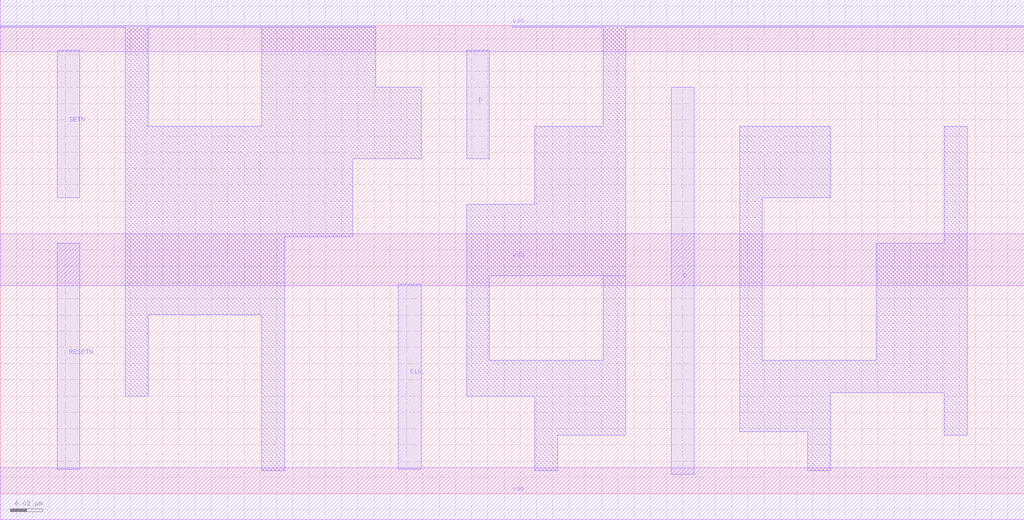
<source format=lef>
# BSD 3-Clause License
#
# Copyright 2024 Piyush Kumar, Da Eun Shim, Akshata Ashoka, Meghana Mallikarjuna, Dongwon Jang, Azad Naeemi, or Georgia Institute of Technology
#
# Redistribution and use in source and binary forms, with or without 
# modification, are permitted provided that the following conditions are met:
#
# 1. Redistributions of source code must retain the above copyright notice, 
# this list of conditions and the following disclaimer.
#
# 2. Redistributions in binary form must reproduce the above copyright notice, 
# this list of conditions and the following disclaimer in the documentation 
# and/or other materials provided with the distribution.
#
# 3. Neither the name of the copyright holder nor the names of its contributors 
# may be used to endorse or promote products derived from this software without 
# specific prior written permission.
#
# THIS SOFTWARE IS PROVIDED BY THE COPYRIGHT HOLDERS AND CONTRIBUTORS “AS IS” 
# AND ANY EXPRESS OR IMPLIED WARRANTIES, INCLUDING, BUT NOT LIMITED TO, 
# THE IMPLIED WARRANTIES OF MERCHANTABILITY AND FITNESS FOR A PARTICULAR PURPOSE 
# ARE DISCLAIMED. IN NO EVENT SHALL THE COPYRIGHT HOLDER OR CONTRIBUTORS BE LIABLE 
# FOR ANY DIRECT, INDIRECT, INCIDENTAL, SPECIAL, EXEMPLARY, OR CONSEQUENTIAL DAMAGES 
# (INCLUDING, BUT NOT LIMITED TO, PROCUREMENT OF SUBSTITUTE GOODS OR SERVICES; 
# LOSS OF USE, DATA, OR PROFITS; OR BUSINESS INTERRUPTION) HOWEVER CAUSED AND 
# ON ANY THEORY OF LIABILITY, WHETHER IN CONTRACT, STRICT LIABILITY, OR TORT 
# (INCLUDING NEGLIGENCE OR OTHERWISE) ARISING IN ANY WAY OUT OF THE USE OF THIS 
# SOFTWARE, EVEN IF ADVISED OF THE POSSIBILITY OF SUCH DAMAGE.


VERSION 5.8 ;
BUSBITCHARS "[]" ;
DIVIDERCHAR "/" ;

SITE gt3v1
 CLASS CORE ;
 SIZE 0.042 BY 0.144 ;
 SYMMETRY Y ;
END gt3v1

MACRO gt3_6t_and2_x1_rvt
  CLASS CORE  ;
  ORIGIN 0 0 ;
  SYMMETRY X Y ;
  SITE gt3v1 ;
  FOREIGN gt3_6t_and2_x1_rvt 0 0 ;
  SIZE 0.168 BY 0.144 ;
  PIN A
    DIRECTION INPUT ;
    USE SIGNAL ;
    PORT
      LAYER M1 ;
        RECT 0.014 0.015 0.028 0.129 ;
    END
  END A
  PIN B
    DIRECTION INPUT ;
    USE SIGNAL ;
    PORT
      LAYER M1 ;
        RECT 0.077 0.014 0.091 0.13 ;
    END
  END B
  PIN vdd
    DIRECTION INOUT ;
    USE POWER ;
    PORT
      LAYER BPR ;
        RECT 0 0.128 0.168 0.16 ;
    END
  END vdd
  PIN vss
    DIRECTION INOUT ;
    USE GROUND ;
    PORT
      LAYER BPR ;
        RECT 0 -0.016 0.168 0.016 ;
    END
  END vss
  PIN Y
    DIRECTION OUTPUT ;
    USE SIGNAL ;
    PORT
      LAYER M1 ;
        RECT 0.042 0.014 0.056 0.13 ;
    END
  END Y
  OBS
    LAYER M1 ;
      RECT 0.14 0.038 0.154 0.106 ;
  END
END gt3_6t_and2_x1_rvt

MACRO gt3_6t_and2_x2_rvt
  CLASS CORE  ;
  ORIGIN 0 0 ;
  SYMMETRY X Y ;
  SITE gt3v1 ;
  FOREIGN gt3_6t_and2_x2_rvt 0 0 ;
  SIZE 0.21 BY 0.144 ;
  PIN A
    DIRECTION INPUT ;
    USE SIGNAL ;
    PORT
      LAYER M1 ;
        RECT 0.014 0.014 0.028 0.13 ;
    END
  END A
  PIN B
    DIRECTION INPUT ;
    USE SIGNAL ;
    PORT
      LAYER M1 ;
        RECT 0.077 0.014 0.091 0.13 ;
    END
  END B
  PIN vdd
    DIRECTION INOUT ;
    USE POWER ;
    PORT
      LAYER BPR ;
        RECT 0 0.128 0.21 0.16 ;
    END
  END vdd
  PIN vss
    DIRECTION INOUT ;
    USE GROUND ;
    PORT
      LAYER BPR ;
        RECT 0 -0.016 0.21 0.016 ;
    END
  END vss
  PIN Y
    DIRECTION OUTPUT ;
    USE SIGNAL ;
    PORT
      LAYER M1 ;
        RECT 0.042 0.014 0.056 0.13 ;
    END
  END Y
  OBS
    LAYER M1 ;
      RECT 0.14 0.038 0.154 0.106 ;
  END
END gt3_6t_and2_x2_rvt

MACRO gt3_6t_and2_x3_rvt
  CLASS CORE  ;
  ORIGIN 0 0 ;
  SYMMETRY X Y ;
  SITE gt3v1 ;
  FOREIGN gt3_6t_and2_x3_rvt 0 0 ;
  SIZE 0.252 BY 0.144 ;
  PIN A
    DIRECTION INPUT ;
    USE SIGNAL ;
    PORT
      LAYER M1 ;
        RECT 0.014 0.014 0.028 0.13 ;
    END
  END A
  PIN B
    DIRECTION INPUT ;
    USE SIGNAL ;
    PORT
      LAYER M1 ;
        RECT 0.077 0.014 0.091 0.13 ;
    END
  END B
  PIN vdd
    DIRECTION INOUT ;
    USE POWER ;
    PORT
      LAYER BPR ;
        RECT 0 0.128 0.252 0.16 ;
    END
  END vdd
  PIN vss
    DIRECTION INOUT ;
    USE GROUND ;
    PORT
      LAYER BPR ;
        RECT 0 -0.016 0.252 0.016 ;
    END
  END vss
  PIN Y
    DIRECTION OUTPUT ;
    USE SIGNAL ;
    PORT
      LAYER M1 ;
        RECT 0.042 0.014 0.056 0.13 ;
    END
  END Y
  OBS
    LAYER M1 ;
      RECT 0.14 0.038 0.154 0.106 ;
  END
END gt3_6t_and2_x3_rvt

MACRO gt3_6t_and2_x4_rvt
  CLASS CORE  ;
  ORIGIN 0 0 ;
  SYMMETRY X Y ;
  SITE gt3v1 ;
  FOREIGN gt3_6t_and2_x4_rvt 0 0 ;
  SIZE 0.294 BY 0.144 ;
  PIN A
    DIRECTION INPUT ;
    USE SIGNAL ;
    PORT
      LAYER M1 ;
        RECT 0.014 0.014 0.028 0.13 ;
    END
  END A
  PIN B
    DIRECTION INPUT ;
    USE SIGNAL ;
    PORT
      LAYER M1 ;
        RECT 0.077 0.014 0.091 0.13 ;
    END
  END B
  PIN vdd
    DIRECTION INOUT ;
    USE POWER ;
    PORT
      LAYER BPR ;
        RECT 0 0.128 0.294 0.16 ;
    END
  END vdd
  PIN vss
    DIRECTION INOUT ;
    USE GROUND ;
    PORT
      LAYER BPR ;
        RECT 0 -0.016 0.294 0.016 ;
    END
  END vss
  PIN Y
    DIRECTION OUTPUT ;
    USE SIGNAL ;
    PORT
      LAYER M1 ;
        RECT 0.042 0.014 0.056 0.13 ;
    END
  END Y
  OBS
    LAYER M1 ;
      RECT 0.14 0.038 0.154 0.106 ;
  END
END gt3_6t_and2_x4_rvt

MACRO gt3_6t_and3_x1_rvt
  CLASS CORE  ;
  ORIGIN 0 0 ;
  SYMMETRY X Y ;
  SITE gt3v1 ;
  FOREIGN gt3_6t_and3_x1_rvt 0 0 ;
  SIZE 0.21 BY 0.144 ;
  PIN A
    DIRECTION INPUT ;
    USE SIGNAL ;
    PORT
      LAYER M1 ;
        RECT 0.014 0.014 0.028 0.13 ;
    END
  END A
  PIN B
    DIRECTION INPUT ;
    USE SIGNAL ;
    PORT
      LAYER M1 ;
        RECT 0.077 0.014 0.091 0.13 ;
    END
  END B
  PIN vdd
    DIRECTION INOUT ;
    USE POWER ;
    PORT
      LAYER BPR ;
        RECT 0 0.128 0.21 0.16 ;
    END
  END vdd
  PIN vss
    DIRECTION INOUT ;
    USE GROUND ;
    PORT
      LAYER BPR ;
        RECT 0 -0.016 0.21 0.016 ;
    END
  END vss
  PIN Y
    DIRECTION OUTPUT ;
    USE SIGNAL ;
    PORT
      LAYER M1 ;
        RECT 0.154 0.014 0.168 0.13 ;
    END
  END Y
  PIN C
    DIRECTION INOUT ;
    USE SIGNAL ;
    PORT
      LAYER M1 ;
        RECT 0.119 0.014 0.133 0.13 ;
    END
  END C
  OBS
    LAYER M1 ;
      RECT 0.182 0.038 0.196 0.106 ;
  END
END gt3_6t_and3_x1_rvt

MACRO gt3_6t_ao211_x1_rvt
  CLASS CORE  ;
  ORIGIN 0 0 ;
  SYMMETRY X Y ;
  SITE gt3v1 ;
  FOREIGN gt3_6t_ao211_x1_rvt 0 0 ;
  SIZE 0.294 BY 0.144 ;
  PIN B
    DIRECTION INOUT ;
    USE SIGNAL ;
    PORT
      LAYER M1 ;
        RECT 0.119 0.014 0.133 0.13 ;
    END
  END B
  PIN Y
    DIRECTION OUTPUT ;
    USE SIGNAL ;
    PORT
      LAYER M1 ;
        RECT 0.266 0.014 0.28 0.13 ;
    END
  END Y
  PIN vdd
    DIRECTION INOUT ;
    USE POWER ;
    PORT
      LAYER BPR ;
        RECT 0 0.128 0.294 0.16 ;
    END
  END vdd
  PIN vss
    DIRECTION INOUT ;
    USE GROUND ;
    PORT
      LAYER BPR ;
        RECT 0 -0.016 0.294 0.016 ;
    END
  END vss
  PIN A2
    DIRECTION INPUT ;
    USE SIGNAL ;
    PORT
      LAYER M1 ;
        RECT 0.035 0.014 0.049 0.13 ;
    END
  END A2
  PIN A1
    DIRECTION INPUT ;
    USE SIGNAL ;
    PORT
      LAYER M1 ;
        RECT 0.077 0.014 0.091 0.13 ;
    END
  END A1
  PIN C
    DIRECTION INOUT ;
    USE SIGNAL ;
    PORT
      LAYER M1 ;
        RECT 0.161 0.014 0.175 0.13 ;
    END
  END C
  OBS
    LAYER M1 ;
      RECT 0.224 0.014 0.238 0.13 ;
  END
END gt3_6t_ao211_x1_rvt

MACRO gt3_6t_ao21_x1_rvt
  CLASS CORE  ;
  ORIGIN 0 0 ;
  SYMMETRY X Y ;
  SITE gt3v1 ;
  FOREIGN gt3_6t_ao21_x1_rvt 0 0 ;
  SIZE 0.21 BY 0.144 ;
  PIN B
    DIRECTION INPUT ;
    USE SIGNAL ;
    PORT
      LAYER M1 ;
        RECT 0.119 0.014 0.133 0.13 ;
    END
  END B
  PIN Y
    DIRECTION OUTPUT ;
    USE SIGNAL ;
    PORT
      LAYER M1 ;
        RECT 0.154 0.014 0.168 0.13 ;
    END
  END Y
  PIN vdd
    DIRECTION INOUT ;
    USE POWER ;
    PORT
      LAYER BPR ;
        RECT 0 0.128 0.21 0.16 ;
    END
  END vdd
  PIN vss
    DIRECTION INOUT ;
    USE GROUND ;
    PORT
      LAYER BPR ;
        RECT 0 -0.016 0.21 0.016 ;
    END
  END vss
  PIN A2
    DIRECTION INPUT ;
    USE SIGNAL ;
    PORT
      LAYER M1 ;
        RECT 0.014 0.014 0.028 0.13 ;
    END
  END A2
  PIN A1
    DIRECTION INPUT ;
    USE SIGNAL ;
    PORT
      LAYER M1 ;
        RECT 0.077 0.014 0.091 0.13 ;
    END
  END A1
  OBS
    LAYER M1 ;
      RECT 0.182 0.014 0.196 0.13 ;
  END
END gt3_6t_ao21_x1_rvt

MACRO gt3_6t_ao22_x1_rvt
  CLASS CORE  ;
  ORIGIN 0 0 ;
  SYMMETRY X Y ;
  SITE gt3v1 ;
  FOREIGN gt3_6t_ao22_x1_rvt 0 0 ;
  SIZE 0.294 BY 0.144 ;
  PIN B1
    DIRECTION INPUT ;
    USE SIGNAL ;
    PORT
      LAYER M1 ;
        RECT 0.161 0.014 0.175 0.13 ;
    END
  END B1
  PIN Y
    DIRECTION OUTPUT ;
    USE SIGNAL ;
    PORT
      LAYER M1 ;
        RECT 0.266 0.014 0.28 0.13 ;
    END
  END Y
  PIN vdd
    DIRECTION INOUT ;
    USE POWER ;
    PORT
      LAYER BPR ;
        RECT 0 0.128 0.294 0.16 ;
    END
  END vdd
  PIN vss
    DIRECTION INOUT ;
    USE GROUND ;
    PORT
      LAYER BPR ;
        RECT 0 -0.016 0.294 0.016 ;
    END
  END vss
  PIN A2
    DIRECTION INPUT ;
    USE SIGNAL ;
    PORT
      LAYER M1 ;
        RECT 0.077 0.014 0.091 0.13 ;
    END
  END A2
  PIN A1
    DIRECTION INPUT ;
    USE SIGNAL ;
    PORT
      LAYER M1 ;
        RECT 0.035 0.014 0.049 0.13 ;
    END
  END A1
  PIN B2
    DIRECTION INPUT ;
    USE SIGNAL ;
    PORT
      LAYER M1 ;
        RECT 0.119 0.014 0.133 0.13 ;
    END
  END B2
  OBS
    LAYER M1 ;
      RECT 0.2245 0.014 0.2385 0.13 ;
  END
END gt3_6t_ao22_x1_rvt

MACRO gt3_6t_ao31_x1_rvt
  CLASS CORE  ;
  ORIGIN 0 0 ;
  SYMMETRY X Y ;
  SITE gt3v1 ;
  FOREIGN gt3_6t_ao31_x1_rvt 0 0 ;
  SIZE 0.294 BY 0.144 ;
  PIN B
    DIRECTION INOUT ;
    USE SIGNAL ;
    PORT
      LAYER M1 ;
        RECT 0.161 0.014 0.175 0.13 ;
    END
  END B
  PIN Y
    DIRECTION OUTPUT ;
    USE SIGNAL ;
    PORT
      LAYER M1 ;
        RECT 0.266 0.014 0.28 0.13 ;
    END
  END Y
  PIN vdd
    DIRECTION INOUT ;
    USE POWER ;
    PORT
      LAYER BPR ;
        RECT 0 0.128 0.294 0.16 ;
    END
  END vdd
  PIN vss
    DIRECTION INOUT ;
    USE GROUND ;
    PORT
      LAYER BPR ;
        RECT 0 -0.016 0.294 0.016 ;
    END
  END vss
  PIN A2
    DIRECTION INPUT ;
    USE SIGNAL ;
    PORT
      LAYER M1 ;
        RECT 0.077 0.014 0.091 0.13 ;
    END
  END A2
  PIN A1
    DIRECTION INPUT ;
    USE SIGNAL ;
    PORT
      LAYER M1 ;
        RECT 0.035 0.014 0.049 0.13 ;
    END
  END A1
  PIN A3
    DIRECTION INOUT ;
    USE SIGNAL ;
    PORT
      LAYER M1 ;
        RECT 0.119 0.014 0.133 0.13 ;
    END
  END A3
  OBS
    LAYER M1 ;
      RECT 0.224 0.014 0.238 0.13 ;
  END
END gt3_6t_ao31_x1_rvt

MACRO gt3_6t_ao32_x1_rvt
  CLASS CORE  ;
  ORIGIN 0 0 ;
  SYMMETRY X Y ;
  SITE gt3v1 ;
  FOREIGN gt3_6t_ao32_x1_rvt 0 0 ;
  SIZE 0.336 BY 0.144 ;
  PIN B2
    DIRECTION INOUT ;
    USE SIGNAL ;
    PORT
      LAYER M1 ;
        RECT 0.161 0.014 0.175 0.13 ;
    END
  END B2
  PIN Y
    DIRECTION OUTPUT ;
    USE SIGNAL ;
    PORT
      LAYER M1 ;
        RECT 0.308 0.014 0.322 0.13 ;
    END
  END Y
  PIN vdd
    DIRECTION INOUT ;
    USE POWER ;
    PORT
      LAYER BPR ;
        RECT 0 0.128 0.336 0.16 ;
    END
  END vdd
  PIN vss
    DIRECTION INOUT ;
    USE GROUND ;
    PORT
      LAYER BPR ;
        RECT 0 -0.016 0.336 0.016 ;
    END
  END vss
  PIN A2
    DIRECTION INPUT ;
    USE SIGNAL ;
    PORT
      LAYER M1 ;
        RECT 0.077 0.014 0.091 0.13 ;
    END
  END A2
  PIN A1
    DIRECTION INPUT ;
    USE SIGNAL ;
    PORT
      LAYER M1 ;
        RECT 0.035 0.014 0.049 0.13 ;
    END
  END A1
  PIN A3
    DIRECTION INOUT ;
    USE SIGNAL ;
    PORT
      LAYER M1 ;
        RECT 0.119 0.014 0.133 0.13 ;
    END
  END A3
  PIN B1
    DIRECTION INOUT ;
    USE SIGNAL ;
    PORT
      LAYER M1 ;
        RECT 0.203 0.014 0.217 0.13 ;
    END
  END B1
  OBS
    LAYER M1 ;
      RECT 0.266 0.038 0.28 0.106 ;
  END
END gt3_6t_ao32_x1_rvt

MACRO gt3_6t_ao33_x1_rvt
  CLASS CORE  ;
  ORIGIN 0 0 ;
  SYMMETRY X Y ;
  SITE gt3v1 ;
  FOREIGN gt3_6t_ao33_x1_rvt 0 0 ;
  SIZE 0.378 BY 0.144 ;
  PIN B2
    DIRECTION INOUT ;
    USE SIGNAL ;
    PORT
      LAYER M1 ;
        RECT 0.203 0.014 0.217 0.13 ;
    END
  END B2
  PIN Y
    DIRECTION OUTPUT ;
    USE SIGNAL ;
    PORT
      LAYER M1 ;
        RECT 0.35 0.014 0.364 0.13 ;
    END
  END Y
  PIN vdd
    DIRECTION INOUT ;
    USE POWER ;
    PORT
      LAYER BPR ;
        RECT 0 0.128 0.378 0.16 ;
    END
  END vdd
  PIN vss
    DIRECTION INOUT ;
    USE GROUND ;
    PORT
      LAYER BPR ;
        RECT 0 -0.016 0.378 0.016 ;
    END
  END vss
  PIN A2
    DIRECTION INPUT ;
    USE SIGNAL ;
    PORT
      LAYER M1 ;
        RECT 0.077 0.014 0.091 0.13 ;
    END
  END A2
  PIN A1
    DIRECTION INPUT ;
    USE SIGNAL ;
    PORT
      LAYER M1 ;
        RECT 0.035 0.014 0.049 0.13 ;
    END
  END A1
  PIN A3
    DIRECTION INOUT ;
    USE SIGNAL ;
    PORT
      LAYER M1 ;
        RECT 0.119 0.014 0.133 0.13 ;
    END
  END A3
  PIN B1
    DIRECTION INOUT ;
    USE SIGNAL ;
    PORT
      LAYER M1 ;
        RECT 0.245 0.014 0.259 0.13 ;
    END
  END B1
  PIN B3
    DIRECTION INOUT ;
    USE SIGNAL ;
    PORT
      LAYER M1 ;
        RECT 0.161 0.014 0.175 0.13 ;
    END
  END B3
  OBS
    LAYER M1 ;
      RECT 0.308 0.038 0.322 0.106 ;
  END
END gt3_6t_ao33_x1_rvt

MACRO gt3_6t_aoi211_x1_rvt
  CLASS CORE  ;
  ORIGIN 0 0 ;
  SYMMETRY X Y ;
  SITE gt3v1 ;
  FOREIGN gt3_6t_aoi211_x1_rvt 0 0 ;
  SIZE 0.21 BY 0.144 ;
  PIN B
    DIRECTION INOUT ;
    USE SIGNAL ;
    PORT
      LAYER M1 ;
        RECT 0.119 0.014 0.133 0.13 ;
    END
  END B
  PIN Y
    DIRECTION OUTPUT ;
    USE SIGNAL ;
    PORT
      LAYER M1 ;
        RECT 0.154 0.014 0.168 0.13 ;
    END
  END Y
  PIN vdd
    DIRECTION INOUT ;
    USE POWER ;
    PORT
      LAYER BPR ;
        RECT 0 0.128 0.21 0.16 ;
    END
  END vdd
  PIN vss
    DIRECTION INOUT ;
    USE GROUND ;
    PORT
      LAYER BPR ;
        RECT 0 -0.016 0.21 0.016 ;
    END
  END vss
  PIN A2
    DIRECTION INPUT ;
    USE SIGNAL ;
    PORT
      LAYER M1 ;
        RECT 0.035 0.014 0.049 0.13 ;
    END
  END A2
  PIN A1
    DIRECTION INPUT ;
    USE SIGNAL ;
    PORT
      LAYER M1 ;
        RECT 0.077 0.014 0.091 0.13 ;
    END
  END A1
  PIN C
    DIRECTION INOUT ;
    USE SIGNAL ;
    PORT
      LAYER M1 ;
        RECT 0.182 0.014 0.196 0.13 ;
    END
  END C
  OBS
  END
END gt3_6t_aoi211_x1_rvt

MACRO gt3_6t_aoi21_x1_rvt
  CLASS CORE  ;
  ORIGIN 0 0 ;
  SYMMETRY X Y ;
  SITE gt3v1 ;
  FOREIGN gt3_6t_aoi21_x1_rvt 0 0 ;
  SIZE 0.168 BY 0.144 ;
  PIN B
    DIRECTION INPUT ;
    USE SIGNAL ;
    PORT
      LAYER M1 ;
        RECT 0.119 0.015 0.133 0.129 ;
    END
  END B
  PIN Y
    DIRECTION OUTPUT ;
    USE SIGNAL ;
    PORT
      LAYER M1 ;
        RECT 0.042 0.015 0.056 0.13 ;
    END
  END Y
  PIN vdd
    DIRECTION INOUT ;
    USE POWER ;
    PORT
      LAYER BPR ;
        RECT 0 0.128 0.168 0.16 ;
    END
  END vdd
  PIN vss
    DIRECTION INOUT ;
    USE GROUND ;
    PORT
      LAYER BPR ;
        RECT 0 -0.016 0.168 0.016 ;
    END
  END vss
  PIN A2
    DIRECTION INPUT ;
    USE SIGNAL ;
    PORT
      LAYER M1 ;
        RECT 0.077 0.015 0.091 0.129 ;
    END
  END A2
  PIN A1
    DIRECTION INPUT ;
    USE SIGNAL ;
    PORT
      LAYER M1 ;
        RECT 0.014 0.015 0.028 0.129 ;
    END
  END A1
  OBS
    LAYER M1 ;
      RECT 0.147 0 0.168 0.001 ;
  END
END gt3_6t_aoi21_x1_rvt

MACRO gt3_6t_aoi22_x1_rvt
  CLASS CORE  ;
  ORIGIN 0 0 ;
  SYMMETRY X Y ;
  SITE gt3v1 ;
  FOREIGN gt3_6t_aoi22_x1_rvt 0 0 ;
  SIZE 0.21 BY 0.144 ;
  PIN B1
    DIRECTION INOUT ;
    USE SIGNAL ;
    PORT
      LAYER M1 ;
        RECT 0.182 0.014 0.196 0.13 ;
    END
  END B1
  PIN Y
    DIRECTION OUTPUT ;
    USE SIGNAL ;
    PORT
      LAYER M1 ;
        RECT 0.154 0.014 0.168 0.13 ;
    END
  END Y
  PIN vdd
    DIRECTION INOUT ;
    USE POWER ;
    PORT
      LAYER BPR ;
        RECT 0 0.128 0.21 0.16 ;
    END
  END vdd
  PIN vss
    DIRECTION INOUT ;
    USE GROUND ;
    PORT
      LAYER BPR ;
        RECT 0 -0.016 0.21 0.016 ;
    END
  END vss
  PIN A2
    DIRECTION INPUT ;
    USE SIGNAL ;
    PORT
      LAYER M1 ;
        RECT 0.077 0.014 0.091 0.13 ;
    END
  END A2
  PIN A1
    DIRECTION INPUT ;
    USE SIGNAL ;
    PORT
      LAYER M1 ;
        RECT 0.035 0.014 0.049 0.13 ;
    END
  END A1
  PIN B2
    DIRECTION INOUT ;
    USE SIGNAL ;
    PORT
      LAYER M1 ;
        RECT 0.119 0.014 0.133 0.13 ;
    END
  END B2
  OBS
  END
END gt3_6t_aoi22_x1_rvt

MACRO gt3_6t_aoi31_x1_rvt
  CLASS CORE  ;
  ORIGIN 0 0 ;
  SYMMETRY X Y ;
  SITE gt3v1 ;
  FOREIGN gt3_6t_aoi31_x1_rvt 0 0 ;
  SIZE 0.21 BY 0.144 ;
  PIN B
    DIRECTION INOUT ;
    USE SIGNAL ;
    PORT
      LAYER M1 ;
        RECT 0.182 0.014 0.196 0.13 ;
    END
  END B
  PIN Y
    DIRECTION OUTPUT ;
    USE SIGNAL ;
    PORT
      LAYER M1 ;
        RECT 0.154 0.014 0.168 0.13 ;
    END
  END Y
  PIN vdd
    DIRECTION INOUT ;
    USE POWER ;
    PORT
      LAYER BPR ;
        RECT 0 0.128 0.21 0.16 ;
    END
  END vdd
  PIN vss
    DIRECTION INOUT ;
    USE GROUND ;
    PORT
      LAYER BPR ;
        RECT 0 -0.016 0.21 0.016 ;
    END
  END vss
  PIN A2
    DIRECTION INPUT ;
    USE SIGNAL ;
    PORT
      LAYER M1 ;
        RECT 0.077 0.014 0.091 0.13 ;
    END
  END A2
  PIN A1
    DIRECTION INPUT ;
    USE SIGNAL ;
    PORT
      LAYER M1 ;
        RECT 0.035 0.014 0.049 0.13 ;
    END
  END A1
  PIN A3
    DIRECTION INOUT ;
    USE SIGNAL ;
    PORT
      LAYER M1 ;
        RECT 0.119 0.014 0.133 0.13 ;
    END
  END A3
  OBS
  END
END gt3_6t_aoi31_x1_rvt

MACRO gt3_6t_aoi32_x1_rvt
  CLASS CORE  ;
  ORIGIN 0 0 ;
  SYMMETRY X Y ;
  SITE gt3v1 ;
  FOREIGN gt3_6t_aoi32_x1_rvt 0 0 ;
  SIZE 0.252 BY 0.144 ;
  PIN B2
    DIRECTION INOUT ;
    USE SIGNAL ;
    PORT
      LAYER M1 ;
        RECT 0.161 0.014 0.175 0.13 ;
    END
  END B2
  PIN Y
    DIRECTION OUTPUT ;
    USE SIGNAL ;
    PORT
      LAYER M1 ;
        RECT 0.196 0.014 0.21 0.13 ;
    END
  END Y
  PIN vdd
    DIRECTION INOUT ;
    USE POWER ;
    PORT
      LAYER BPR ;
        RECT 0 0.128 0.252 0.16 ;
    END
  END vdd
  PIN vss
    DIRECTION INOUT ;
    USE GROUND ;
    PORT
      LAYER BPR ;
        RECT 0 -0.016 0.252 0.016 ;
    END
  END vss
  PIN A2
    DIRECTION INPUT ;
    USE SIGNAL ;
    PORT
      LAYER M1 ;
        RECT 0.077 0.014 0.091 0.13 ;
    END
  END A2
  PIN A1
    DIRECTION INPUT ;
    USE SIGNAL ;
    PORT
      LAYER M1 ;
        RECT 0.035 0.014 0.049 0.13 ;
    END
  END A1
  PIN A3
    DIRECTION INOUT ;
    USE SIGNAL ;
    PORT
      LAYER M1 ;
        RECT 0.119 0.014 0.133 0.13 ;
    END
  END A3
  PIN B1
    DIRECTION INOUT ;
    USE SIGNAL ;
    PORT
      LAYER M1 ;
        RECT 0.224 0.014 0.238 0.13 ;
    END
  END B1
  OBS
  END
END gt3_6t_aoi32_x1_rvt

MACRO gt3_6t_aoi33_x1_rvt
  CLASS CORE  ;
  ORIGIN 0 0 ;
  SYMMETRY X Y ;
  SITE gt3v1 ;
  FOREIGN gt3_6t_aoi33_x1_rvt 0 0 ;
  SIZE 0.294 BY 0.144 ;
  PIN B2
    DIRECTION INOUT ;
    USE SIGNAL ;
    PORT
      LAYER M1 ;
        RECT 0.203 0.014 0.217 0.13 ;
    END
  END B2
  PIN Y
    DIRECTION OUTPUT ;
    USE SIGNAL ;
    PORT
      LAYER M1 ;
        RECT 0.238 0.014 0.252 0.13 ;
    END
  END Y
  PIN vdd
    DIRECTION INOUT ;
    USE POWER ;
    PORT
      LAYER BPR ;
        RECT 0 0.128 0.294 0.16 ;
    END
  END vdd
  PIN vss
    DIRECTION INOUT ;
    USE GROUND ;
    PORT
      LAYER BPR ;
        RECT 0 -0.016 0.294 0.016 ;
    END
  END vss
  PIN A2
    DIRECTION INPUT ;
    USE SIGNAL ;
    PORT
      LAYER M1 ;
        RECT 0.077 0.014 0.091 0.13 ;
    END
  END A2
  PIN A1
    DIRECTION INPUT ;
    USE SIGNAL ;
    PORT
      LAYER M1 ;
        RECT 0.035 0.014 0.049 0.13 ;
    END
  END A1
  PIN A3
    DIRECTION INOUT ;
    USE SIGNAL ;
    PORT
      LAYER M1 ;
        RECT 0.119 0.014 0.133 0.13 ;
    END
  END A3
  PIN B1
    DIRECTION INOUT ;
    USE SIGNAL ;
    PORT
      LAYER M1 ;
        RECT 0.266 0.014 0.28 0.13 ;
    END
  END B1
  PIN B3
    DIRECTION INOUT ;
    USE SIGNAL ;
    PORT
      LAYER M1 ;
        RECT 0.161 0.014 0.175 0.13 ;
    END
  END B3
  OBS
  END
END gt3_6t_aoi33_x1_rvt

MACRO gt3_6t_buf_x10_rvt
  CLASS CORE  ;
  ORIGIN 0 0 ;
  SYMMETRY X Y ;
  SITE gt3v1 ;
  FOREIGN gt3_6t_buf_x10_rvt 0 0 ;
  SIZE 0.588 BY 0.144 ;
  PIN vdd
    DIRECTION INOUT ;
    USE POWER ;
    PORT
      LAYER BPR ;
        RECT 0 0.128 0.588 0.16 ;
    END
  END vdd
  PIN vss
    DIRECTION INOUT ;
    USE GROUND ;
    PORT
      LAYER BPR ;
        RECT 0 -0.016 0.588 0.016 ;
    END
  END vss
  PIN Y
    DIRECTION OUTPUT ;
    USE SIGNAL ;
    PORT
      LAYER M1 ;
        RECT 0.14 0.014 0.154 0.13 ;
    END
  END Y
  PIN A
    DIRECTION INPUT ;
    USE SIGNAL ;
    PORT
      LAYER M1 ;
        RECT 0.098 0.0155 0.112 0.1285 ;
    END
  END A
  OBS
    LAYER M1 ;
      RECT 0.182 0.038 0.196 0.106 ;
  END
END gt3_6t_buf_x10_rvt

MACRO gt3_6t_buf_x12_rvt
  CLASS CORE  ;
  ORIGIN 0 0 ;
  SYMMETRY X Y ;
  SITE gt3v1 ;
  FOREIGN gt3_6t_buf_x12_rvt 0 0 ;
  SIZE 0.672 BY 0.144 ;
  PIN vdd
    DIRECTION INOUT ;
    USE POWER ;
    PORT
      LAYER BPR ;
        RECT 0 0.128 0.672 0.16 ;
    END
  END vdd
  PIN vss
    DIRECTION INOUT ;
    USE GROUND ;
    PORT
      LAYER BPR ;
        RECT 0 -0.016 0.672 0.016 ;
    END
  END vss
  PIN Y
    DIRECTION OUTPUT ;
    USE SIGNAL ;
    PORT
      LAYER M1 ;
        RECT 0.14 0.014 0.154 0.13 ;
    END
  END Y
  PIN A
    DIRECTION INPUT ;
    USE SIGNAL ;
    PORT
      LAYER M1 ;
        RECT 0.098 0.0155 0.112 0.1285 ;
    END
  END A
  OBS
    LAYER M1 ;
      RECT 0.182 0.038 0.196 0.106 ;
  END
END gt3_6t_buf_x12_rvt

MACRO gt3_6t_buf_x1_rvt
  CLASS CORE  ;
  ORIGIN 0 0 ;
  SYMMETRY X Y ;
  SITE gt3v1 ;
  FOREIGN gt3_6t_buf_x1_rvt 0 0 ;
  SIZE 0.126 BY 0.144 ;
  PIN A
    DIRECTION INPUT ;
    USE SIGNAL ;
    PORT
      LAYER M1 ;
        RECT 0.014 0.015 0.028 0.129 ;
    END
  END A
  PIN Y
    DIRECTION OUTPUT ;
    USE SIGNAL ;
    PORT
      LAYER M1 ;
        RECT 0.056 0.014 0.07 0.13 ;
    END
  END Y
  PIN vdd
    DIRECTION INOUT ;
    USE POWER ;
    PORT
      LAYER BPR ;
        RECT 0 0.128 0.126 0.16 ;
    END
  END vdd
  PIN vss
    DIRECTION INOUT ;
    USE GROUND ;
    PORT
      LAYER BPR ;
        RECT 0 -0.016 0.126 0.016 ;
    END
  END vss
  OBS
    LAYER M1 ;
      RECT 0.098 0.038 0.112 0.106 ;
  END
END gt3_6t_buf_x1_rvt

MACRO gt3_6t_buf_x2_rvt
  CLASS CORE  ;
  ORIGIN 0 0 ;
  SYMMETRY X Y ;
  SITE gt3v1 ;
  FOREIGN gt3_6t_buf_x2_rvt 0 0 ;
  SIZE 0.168 BY 0.144 ;
  PIN vdd
    DIRECTION INOUT ;
    USE POWER ;
    PORT
      LAYER BPR ;
        RECT 0 0.128 0.168 0.16 ;
    END
  END vdd
  PIN vss
    DIRECTION INOUT ;
    USE GROUND ;
    PORT
      LAYER BPR ;
        RECT 0 -0.016 0.168 0.016 ;
    END
  END vss
  PIN Y
    DIRECTION OUTPUT ;
    USE SIGNAL ;
    PORT
      LAYER M1 ;
        RECT 0.056 0.014 0.07 0.13 ;
    END
  END Y
  PIN A
    DIRECTION INPUT ;
    USE SIGNAL ;
    PORT
      LAYER M1 ;
        RECT 0.014 0.0155 0.028 0.1285 ;
    END
  END A
  OBS
    LAYER M1 ;
      RECT 0.098 0.038 0.112 0.106 ;
  END
END gt3_6t_buf_x2_rvt

MACRO gt3_6t_buf_x3_rvt
  CLASS CORE  ;
  ORIGIN 0 0 ;
  SYMMETRY X Y ;
  SITE gt3v1 ;
  FOREIGN gt3_6t_buf_x3_rvt 0 0 ;
  SIZE 0.21 BY 0.144 ;
  PIN vdd
    DIRECTION INOUT ;
    USE POWER ;
    PORT
      LAYER BPR ;
        RECT 0 0.128 0.21 0.16 ;
    END
  END vdd
  PIN vss
    DIRECTION INOUT ;
    USE GROUND ;
    PORT
      LAYER BPR ;
        RECT 0 -0.016 0.21 0.016 ;
    END
  END vss
  PIN Y
    DIRECTION OUTPUT ;
    USE SIGNAL ;
    PORT
      LAYER M1 ;
        RECT 0.056 0.014 0.07 0.13 ;
    END
  END Y
  PIN A
    DIRECTION INPUT ;
    USE SIGNAL ;
    PORT
      LAYER M1 ;
        RECT 0.014 0.0155 0.028 0.1285 ;
    END
  END A
  OBS
    LAYER M1 ;
      RECT 0.098 0.038 0.112 0.106 ;
  END
END gt3_6t_buf_x3_rvt

MACRO gt3_6t_buf_x4_rvt
  CLASS CORE  ;
  ORIGIN 0 0 ;
  SYMMETRY X Y ;
  SITE gt3v1 ;
  FOREIGN gt3_6t_buf_x4_rvt 0 0 ;
  SIZE 0.252 BY 0.144 ;
  PIN vdd
    DIRECTION INOUT ;
    USE POWER ;
    PORT
      LAYER BPR ;
        RECT 0 0.128 0.252 0.16 ;
    END
  END vdd
  PIN vss
    DIRECTION INOUT ;
    USE GROUND ;
    PORT
      LAYER BPR ;
        RECT 0 -0.016 0.252 0.016 ;
    END
  END vss
  PIN Y
    DIRECTION OUTPUT ;
    USE SIGNAL ;
    PORT
      LAYER M1 ;
        RECT 0.056 0.014 0.07 0.13 ;
    END
  END Y
  PIN A
    DIRECTION INPUT ;
    USE SIGNAL ;
    PORT
      LAYER M1 ;
        RECT 0.014 0.0155 0.028 0.1285 ;
    END
  END A
  OBS
    LAYER M1 ;
      RECT 0.098 0.038 0.112 0.106 ;
  END
END gt3_6t_buf_x4_rvt

MACRO gt3_6t_buf_x6_rvt
  CLASS CORE  ;
  ORIGIN 0 0 ;
  SYMMETRY X Y ;
  SITE gt3v1 ;
  FOREIGN gt3_6t_buf_x6_rvt 0 0 ;
  SIZE 0.378 BY 0.144 ;
  PIN vdd
    DIRECTION INOUT ;
    USE POWER ;
    PORT
      LAYER BPR ;
        RECT 0 0.128 0.378 0.16 ;
    END
  END vdd
  PIN vss
    DIRECTION INOUT ;
    USE GROUND ;
    PORT
      LAYER BPR ;
        RECT 0 -0.016 0.378 0.016 ;
    END
  END vss
  PIN Y
    DIRECTION OUTPUT ;
    USE SIGNAL ;
    PORT
      LAYER M1 ;
        RECT 0.098 0.014 0.112 0.13 ;
    END
  END Y
  PIN A
    DIRECTION INPUT ;
    USE SIGNAL ;
    PORT
      LAYER M1 ;
        RECT 0.056 0.0155 0.07 0.1285 ;
    END
  END A
  OBS
    LAYER M1 ;
      RECT 0.14 0.038 0.154 0.106 ;
  END
END gt3_6t_buf_x6_rvt

MACRO gt3_6t_buf_x8_rvt
  CLASS CORE  ;
  ORIGIN 0 0 ;
  SYMMETRY X Y ;
  SITE gt3v1 ;
  FOREIGN gt3_6t_buf_x8_rvt 0 0 ;
  SIZE 0.462 BY 0.144 ;
  PIN vdd
    DIRECTION INOUT ;
    USE POWER ;
    PORT
      LAYER BPR ;
        RECT 0 0.128 0.462 0.16 ;
    END
  END vdd
  PIN vss
    DIRECTION INOUT ;
    USE GROUND ;
    PORT
      LAYER BPR ;
        RECT 0 -0.016 0.462 0.016 ;
    END
  END vss
  PIN Y
    DIRECTION OUTPUT ;
    USE SIGNAL ;
    PORT
      LAYER M1 ;
        RECT 0.098 0.014 0.112 0.13 ;
    END
  END Y
  PIN A
    DIRECTION INPUT ;
    USE SIGNAL ;
    PORT
      LAYER M1 ;
        RECT 0.056 0.0155 0.07 0.1285 ;
    END
  END A
  OBS
    LAYER M1 ;
      RECT 0.14 0.038 0.154 0.106 ;
  END
END gt3_6t_buf_x8_rvt

MACRO gt3_6t_dffasync_x1_rvt
  CLASS CORE  ;
  ORIGIN 0 0 ;
  SYMMETRY X Y ;
  SITE gt3v1 ;
  FOREIGN gt3_6t_dffasync_x1_rvt 0 0 ;
  SIZE 0.63 BY 0.288 ;
  PIN CLK
    DIRECTION INPUT ;
    USE SIGNAL ;
    PORT
      LAYER M1 ;
        RECT 0.245 0.015 0.259 0.129 ;
    END
  END CLK
  PIN D
    DIRECTION INOUT ;
    USE SIGNAL ;
    PORT
      LAYER M1 ;
        RECT 0.287 0.206 0.301 0.273 ;
    END
  END D
  PIN vdd
    DIRECTION INOUT ;
    USE POWER ;
    PORT
      LAYER BPR ;
        RECT 0 0.128 0.63 0.16 ;
    END
  END vdd
  PIN Q
    DIRECTION OUTPUT ;
    USE SIGNAL ;
    PORT
      LAYER M1 ;
        RECT 0.413 0.0115 0.427 0.25 ;
    END
  END Q
  PIN RESETN
    DIRECTION INPUT ;
    USE SIGNAL ;
    PORT
      LAYER M1 ;
        RECT 0.035 0.015 0.049 0.154 ;
    END
  END RESETN
  PIN SETN
    DIRECTION INPUT ;
    USE SIGNAL ;
    PORT
      LAYER M1 ;
        RECT 0.035 0.182 0.049 0.273 ;
    END
  END SETN
  PIN vss
    DIRECTION INOUT ;
    USE GROUND ;
    PORT
      LAYER BPR ;
        RECT 0 0.272 0.63 0.304 ;
    END
    PORT
      LAYER BPR ;
        RECT 0 -0.016 0.63 0.016 ;
    END
  END vss
  OBS
    LAYER M1 ;
      POLYGON 0.161 0.014 0.161 0.11 0.091 0.11 0.091 0.06 0.077 0.06 0.077 0.287 0 0.287 0 0.288 0.231 0.288 0.231 0.287 0.091 0.287 0.091 0.226 0.161 0.226 0.161 0.287 0.231 0.287 0.231 0.25 0.259 0.25 0.259 0.206 0.217 0.206 0.217 0.158 0.175 0.158 0.175 0.014 ;
      POLYGON 0.329 0.014 0.329 0.06 0.287 0.06 0.287 0.178 0.329 0.178 0.329 0.226 0.371 0.226 0.371 0.287 0.315 0.287 0.315 0.288 0.63 0.288 0.63 0.287 0.385 0.287 0.385 0.134 0.301 0.134 0.301 0.082 0.371 0.082 0.371 0.134 0.385 0.134 0.385 0.036 0.343 0.036 0.343 0.014 ;
      POLYGON 0.497 0.014 0.497 0.038 0.455 0.038 0.455 0.226 0.511 0.226 0.511 0.182 0.469 0.182 0.469 0.082 0.539 0.082 0.539 0.154 0.581 0.154 0.581 0.226 0.595 0.226 0.595 0.036 0.581 0.036 0.581 0.062 0.511 0.062 0.511 0.014 ;
  END
END gt3_6t_dffasync_x1_rvt

MACRO gt3_6t_ha_x1_rvt
  CLASS CORE  ;
  ORIGIN 0 0 ;
  SYMMETRY X Y ;
  SITE gt3v1 ;
  FOREIGN gt3_6t_ha_x1_rvt 0 0 ;
  SIZE 0.294 BY 0.144 ;
  PIN B
    DIRECTION INPUT ;
    USE SIGNAL ;
    PORT
      LAYER M1 ;
        RECT 0.098 0.015 0.112 0.129 ;
    END
  END B
  PIN A
    DIRECTION INPUT ;
    USE SIGNAL ;
    PORT
      LAYER M1 ;
        RECT 0.014 0.015 0.028 0.129 ;
    END
  END A
  PIN vdd
    DIRECTION INOUT ;
    USE POWER ;
    PORT
      LAYER BPR ;
        RECT 0 0.128 0.294 0.16 ;
    END
  END vdd
  PIN vss
    DIRECTION INOUT ;
    USE GROUND ;
    PORT
      LAYER BPR ;
        RECT 0 -0.016 0.294 0.016 ;
    END
  END vss
  PIN SN
    DIRECTION OUTPUT ;
    USE SIGNAL ;
    PORT
      LAYER M1 ;
        RECT 0.266 0.015 0.28 0.129 ;
    END
  END SN
  PIN CON
    DIRECTION OUTPUT ;
    USE SIGNAL ;
    PORT
      LAYER M1 ;
        RECT 0.224 0.014 0.238 0.129 ;
    END
  END CON
  OBS
    LAYER M1 ;
      POLYGON 0.056 0.014 0.056 0.143 0.042 0.143 0.042 0.144 0.21 0.144 0.21 0.143 0.175 0.143 0.175 0.062 0.161 0.062 0.161 0.143 0.07 0.143 0.07 0.014 ;
  END
END gt3_6t_ha_x1_rvt

MACRO gt3_6t_inv_x10_rvt
  CLASS CORE  ;
  ORIGIN 0 0 ;
  SYMMETRY X Y ;
  SITE gt3v1 ;
  FOREIGN gt3_6t_inv_x10_rvt 0 0 ;
  SIZE 0.462 BY 0.144 ;
  PIN A
    DIRECTION INPUT ;
    USE SIGNAL ;
    PORT
      LAYER M1 ;
        RECT 0.014 0.015 0.028 0.129 ;
    END
  END A
  PIN Y
    DIRECTION OUTPUT ;
    USE SIGNAL ;
    PORT
      LAYER M1 ;
        RECT 0.056 0.015 0.07 0.129 ;
    END
  END Y
  PIN vdd
    DIRECTION INOUT ;
    USE POWER ;
    PORT
      LAYER BPR ;
        RECT 0 0.128 0.462 0.16 ;
    END
  END vdd
  PIN vss
    DIRECTION INOUT ;
    USE GROUND ;
    PORT
      LAYER BPR ;
        RECT 0 -0.016 0.462 0.016 ;
    END
  END vss
  OBS
    LAYER M1 ;
      RECT 0.084 0 0.462 0.001 ;
      RECT 0.084 0.143 0.462 0.144 ;
  END
END gt3_6t_inv_x10_rvt

MACRO gt3_6t_inv_x12_rvt
  CLASS CORE  ;
  ORIGIN 0 0 ;
  SYMMETRY X Y ;
  SITE gt3v1 ;
  FOREIGN gt3_6t_inv_x12_rvt 0 0 ;
  SIZE 0.546 BY 0.144 ;
  PIN A
    DIRECTION INPUT ;
    USE SIGNAL ;
    PORT
      LAYER M1 ;
        RECT 0.014 0.015 0.028 0.129 ;
    END
  END A
  PIN Y
    DIRECTION OUTPUT ;
    USE SIGNAL ;
    PORT
      LAYER M1 ;
        RECT 0.056 0.015 0.07 0.129 ;
    END
  END Y
  PIN vdd
    DIRECTION INOUT ;
    USE POWER ;
    PORT
      LAYER BPR ;
        RECT 0 0.128 0.546 0.16 ;
    END
  END vdd
  PIN vss
    DIRECTION INOUT ;
    USE GROUND ;
    PORT
      LAYER BPR ;
        RECT 0 -0.016 0.546 0.016 ;
    END
  END vss
  OBS
    LAYER M1 ;
      RECT 0.084 0 0.546 0.001 ;
      RECT 0.084 0.143 0.546 0.144 ;
  END
END gt3_6t_inv_x12_rvt

MACRO gt3_6t_inv_x1_rvt
  CLASS CORE  ;
  ORIGIN 0 0 ;
  SYMMETRY X Y ;
  SITE gt3v1 ;
  FOREIGN gt3_6t_inv_x1_rvt 0 0 ;
  SIZE 0.084 BY 0.144 ;
  PIN A
    DIRECTION INPUT ;
    USE SIGNAL ;
    PORT
      LAYER M1 ;
        RECT 0.014 0.015 0.028 0.129 ;
    END
  END A
  PIN Y
    DIRECTION OUTPUT ;
    USE SIGNAL ;
    PORT
      LAYER M1 ;
        RECT 0.056 0.015 0.07 0.129 ;
    END
  END Y
  PIN vdd
    DIRECTION INOUT ;
    USE POWER ;
    PORT
      LAYER BPR ;
        RECT 0 0.128 0.084 0.16 ;
    END
  END vdd
  PIN vss
    DIRECTION INOUT ;
    USE GROUND ;
    PORT
      LAYER BPR ;
        RECT 0 -0.016 0.084 0.016 ;
    END
  END vss
  OBS
  END
END gt3_6t_inv_x1_rvt

MACRO gt3_6t_inv_x2_rvt
  CLASS CORE  ;
  ORIGIN 0 0 ;
  SYMMETRY X Y ;
  SITE gt3v1 ;
  FOREIGN gt3_6t_inv_x2_rvt 0 0 ;
  SIZE 0.126 BY 0.144 ;
  PIN A
    DIRECTION INPUT ;
    USE SIGNAL ;
    PORT
      LAYER M1 ;
        RECT 0.014 0.015 0.028 0.129 ;
    END
  END A
  PIN Y
    DIRECTION OUTPUT ;
    USE SIGNAL ;
    PORT
      LAYER M1 ;
        RECT 0.056 0.015 0.07 0.129 ;
    END
  END Y
  PIN vdd
    DIRECTION INOUT ;
    USE POWER ;
    PORT
      LAYER BPR ;
        RECT 0 0.128 0.126 0.16 ;
    END
  END vdd
  PIN vss
    DIRECTION INOUT ;
    USE GROUND ;
    PORT
      LAYER BPR ;
        RECT 0 -0.016 0.126 0.016 ;
    END
  END vss
  OBS
    LAYER M1 ;
      RECT 0.084 0 0.126 0.001 ;
      RECT 0.084 0.143 0.126 0.144 ;
  END
END gt3_6t_inv_x2_rvt

MACRO gt3_6t_inv_x3_rvt
  CLASS CORE  ;
  ORIGIN 0 0 ;
  SYMMETRY X Y ;
  SITE gt3v1 ;
  FOREIGN gt3_6t_inv_x3_rvt 0 0 ;
  SIZE 0.168 BY 0.144 ;
  PIN A
    DIRECTION INPUT ;
    USE SIGNAL ;
    PORT
      LAYER M1 ;
        RECT 0.014 0.015 0.028 0.129 ;
    END
  END A
  PIN Y
    DIRECTION OUTPUT ;
    USE SIGNAL ;
    PORT
      LAYER M1 ;
        RECT 0.056 0.015 0.07 0.129 ;
    END
  END Y
  PIN vdd
    DIRECTION INOUT ;
    USE POWER ;
    PORT
      LAYER BPR ;
        RECT 0 0.128 0.168 0.16 ;
    END
  END vdd
  PIN vss
    DIRECTION INOUT ;
    USE GROUND ;
    PORT
      LAYER BPR ;
        RECT 0 -0.016 0.168 0.016 ;
    END
  END vss
  OBS
    LAYER M1 ;
      RECT 0.084 0 0.168 0.001 ;
      RECT 0.084 0.143 0.168 0.144 ;
  END
END gt3_6t_inv_x3_rvt

MACRO gt3_6t_inv_x4_rvt
  CLASS CORE  ;
  ORIGIN 0 0 ;
  SYMMETRY X Y ;
  SITE gt3v1 ;
  FOREIGN gt3_6t_inv_x4_rvt 0 0 ;
  SIZE 0.21 BY 0.144 ;
  PIN A
    DIRECTION INPUT ;
    USE SIGNAL ;
    PORT
      LAYER M1 ;
        RECT 0.014 0.015 0.028 0.129 ;
    END
  END A
  PIN Y
    DIRECTION OUTPUT ;
    USE SIGNAL ;
    PORT
      LAYER M1 ;
        RECT 0.056 0.015 0.07 0.129 ;
    END
  END Y
  PIN vdd
    DIRECTION INOUT ;
    USE POWER ;
    PORT
      LAYER BPR ;
        RECT 0 0.128 0.21 0.16 ;
    END
  END vdd
  PIN vss
    DIRECTION INOUT ;
    USE GROUND ;
    PORT
      LAYER BPR ;
        RECT 0 -0.016 0.21 0.016 ;
    END
  END vss
  OBS
    LAYER M1 ;
      RECT 0.084 0 0.21 0.001 ;
      RECT 0.084 0.143 0.21 0.144 ;
  END
END gt3_6t_inv_x4_rvt

MACRO gt3_6t_inv_x6_rvt
  CLASS CORE  ;
  ORIGIN 0 0 ;
  SYMMETRY X Y ;
  SITE gt3v1 ;
  FOREIGN gt3_6t_inv_x6_rvt 0 0 ;
  SIZE 0.294 BY 0.144 ;
  PIN A
    DIRECTION INPUT ;
    USE SIGNAL ;
    PORT
      LAYER M1 ;
        RECT 0.014 0.015 0.028 0.129 ;
    END
  END A
  PIN Y
    DIRECTION OUTPUT ;
    USE SIGNAL ;
    PORT
      LAYER M1 ;
        RECT 0.056 0.015 0.07 0.129 ;
    END
  END Y
  PIN vdd
    DIRECTION INOUT ;
    USE POWER ;
    PORT
      LAYER BPR ;
        RECT 0 0.128 0.294 0.16 ;
    END
  END vdd
  PIN vss
    DIRECTION INOUT ;
    USE GROUND ;
    PORT
      LAYER BPR ;
        RECT 0 -0.016 0.294 0.016 ;
    END
  END vss
  OBS
    LAYER M1 ;
      RECT 0.084 0 0.294 0.001 ;
      RECT 0.084 0.143 0.294 0.144 ;
  END
END gt3_6t_inv_x6_rvt

MACRO gt3_6t_inv_x8_rvt
  CLASS CORE  ;
  ORIGIN 0 0 ;
  SYMMETRY X Y ;
  SITE gt3v1 ;
  FOREIGN gt3_6t_inv_x8_rvt 0 0 ;
  SIZE 0.378 BY 0.144 ;
  PIN A
    DIRECTION INPUT ;
    USE SIGNAL ;
    PORT
      LAYER M1 ;
        RECT 0.014 0.015 0.028 0.129 ;
    END
  END A
  PIN Y
    DIRECTION OUTPUT ;
    USE SIGNAL ;
    PORT
      LAYER M1 ;
        RECT 0.056 0.015 0.07 0.129 ;
    END
  END Y
  PIN vdd
    DIRECTION INOUT ;
    USE POWER ;
    PORT
      LAYER BPR ;
        RECT 0 0.128 0.378 0.16 ;
    END
  END vdd
  PIN vss
    DIRECTION INOUT ;
    USE GROUND ;
    PORT
      LAYER BPR ;
        RECT 0 -0.016 0.378 0.016 ;
    END
  END vss
  OBS
    LAYER M1 ;
      RECT 0.084 0 0.378 0.001 ;
      RECT 0.084 0.143 0.378 0.144 ;
  END
END gt3_6t_inv_x8_rvt

MACRO gt3_6t_nand2_x1_rvt
  CLASS CORE  ;
  ORIGIN 0 0 ;
  SYMMETRY X Y ;
  SITE gt3v1 ;
  FOREIGN gt3_6t_nand2_x1_rvt 0 0 ;
  SIZE 0.126 BY 0.144 ;
  PIN A
    DIRECTION INPUT ;
    USE SIGNAL ;
    PORT
      LAYER M1 ;
        RECT 0.014 0.015 0.028 0.129 ;
    END
  END A
  PIN Y
    DIRECTION OUTPUT ;
    USE SIGNAL ;
    PORT
      LAYER M1 ;
        RECT 0.056 0.015 0.07 0.129 ;
    END
  END Y
  PIN vdd
    DIRECTION INOUT ;
    USE POWER ;
    PORT
      LAYER BPR ;
        RECT 0 0.128 0.126 0.16 ;
    END
  END vdd
  PIN vss
    DIRECTION INOUT ;
    USE GROUND ;
    PORT
      LAYER BPR ;
        RECT 0 -0.016 0.126 0.016 ;
    END
  END vss
  PIN B
    DIRECTION INPUT ;
    USE SIGNAL ;
    PORT
      LAYER M1 ;
        RECT 0.098 0.015 0.112 0.129 ;
    END
  END B
  OBS
  END
END gt3_6t_nand2_x1_rvt

MACRO gt3_6t_nand2_x2_rvt
  CLASS CORE  ;
  ORIGIN 0 0 ;
  SYMMETRY X Y ;
  SITE gt3v1 ;
  FOREIGN gt3_6t_nand2_x2_rvt 0 0 ;
  SIZE 0.21 BY 0.144 ;
  PIN A
    DIRECTION INPUT ;
    USE SIGNAL ;
    PORT
      LAYER M1 ;
        RECT 0.014 0.015 0.028 0.129 ;
    END
  END A
  PIN Y
    DIRECTION OUTPUT ;
    USE SIGNAL ;
    PORT
      LAYER M1 ;
        RECT 0.056 0.015 0.07 0.129 ;
    END
  END Y
  PIN vdd
    DIRECTION INOUT ;
    USE POWER ;
    PORT
      LAYER BPR ;
        RECT 0 0.128 0.21 0.16 ;
    END
  END vdd
  PIN vss
    DIRECTION INOUT ;
    USE GROUND ;
    PORT
      LAYER BPR ;
        RECT 0 -0.016 0.21 0.016 ;
    END
  END vss
  PIN B
    DIRECTION INPUT ;
    USE SIGNAL ;
    PORT
      LAYER M1 ;
        RECT 0.098 0.015 0.112 0.129 ;
    END
  END B
  OBS
    LAYER M1 ;
      POLYGON 0.126 0 0.126 0.001 0.182 0.001 0.182 0.083 0.196 0.083 0.196 0.001 0.21 0.001 0.21 0 ;
      RECT 0.126 0.143 0.21 0.144 ;
  END
END gt3_6t_nand2_x2_rvt

MACRO gt3_6t_nand2_x3_rvt
  CLASS CORE  ;
  ORIGIN 0 0 ;
  SYMMETRY X Y ;
  SITE gt3v1 ;
  FOREIGN gt3_6t_nand2_x3_rvt 0 0 ;
  SIZE 0.294 BY 0.144 ;
  PIN A
    DIRECTION INPUT ;
    USE SIGNAL ;
    PORT
      LAYER M1 ;
        RECT 0.014 0.015 0.028 0.129 ;
    END
  END A
  PIN Y
    DIRECTION OUTPUT ;
    USE SIGNAL ;
    PORT
      LAYER M1 ;
        RECT 0.056 0.015 0.07 0.129 ;
    END
  END Y
  PIN vdd
    DIRECTION INOUT ;
    USE POWER ;
    PORT
      LAYER BPR ;
        RECT 0 0.128 0.294 0.16 ;
    END
  END vdd
  PIN vss
    DIRECTION INOUT ;
    USE GROUND ;
    PORT
      LAYER BPR ;
        RECT 0 -0.016 0.294 0.016 ;
    END
  END vss
  PIN B
    DIRECTION INPUT ;
    USE SIGNAL ;
    PORT
      LAYER M1 ;
        RECT 0.098 0.015 0.112 0.129 ;
    END
  END B
  OBS
    LAYER M1 ;
      POLYGON 0.126 0 0.126 0.001 0.182 0.001 0.182 0.083 0.196 0.083 0.196 0.001 0.294 0.001 0.294 0 ;
      POLYGON 0.266 0.061 0.266 0.143 0.126 0.143 0.126 0.144 0.294 0.144 0.294 0.143 0.28 0.143 0.28 0.061 ;
  END
END gt3_6t_nand2_x3_rvt

MACRO gt3_6t_nand2_x4_rvt
  CLASS CORE  ;
  ORIGIN 0 0 ;
  SYMMETRY X Y ;
  SITE gt3v1 ;
  FOREIGN gt3_6t_nand2_x4_rvt 0 0 ;
  SIZE 0.378 BY 0.144 ;
  PIN A
    DIRECTION INPUT ;
    USE SIGNAL ;
    PORT
      LAYER M1 ;
        RECT 0.014 0.015 0.028 0.129 ;
    END
  END A
  PIN Y
    DIRECTION OUTPUT ;
    USE SIGNAL ;
    PORT
      LAYER M1 ;
        RECT 0.056 0.015 0.07 0.129 ;
    END
  END Y
  PIN vdd
    DIRECTION INOUT ;
    USE POWER ;
    PORT
      LAYER BPR ;
        RECT 0 0.128 0.378 0.16 ;
    END
  END vdd
  PIN vss
    DIRECTION INOUT ;
    USE GROUND ;
    PORT
      LAYER BPR ;
        RECT 0 -0.016 0.378 0.016 ;
    END
  END vss
  PIN B
    DIRECTION INPUT ;
    USE SIGNAL ;
    PORT
      LAYER M1 ;
        RECT 0.098 0.015 0.112 0.129 ;
    END
  END B
  OBS
    LAYER M1 ;
      POLYGON 0.126 0 0.126 0.001 0.182 0.001 0.182 0.083 0.196 0.083 0.196 0.001 0.35 0.001 0.35 0.083 0.364 0.083 0.364 0.001 0.378 0.001 0.378 0 ;
      POLYGON 0.266 0.061 0.266 0.143 0.126 0.143 0.126 0.144 0.378 0.144 0.378 0.143 0.28 0.143 0.28 0.061 ;
  END
END gt3_6t_nand2_x4_rvt

MACRO gt3_6t_nand3_x1_rvt
  CLASS CORE  ;
  ORIGIN 0 0 ;
  SYMMETRY X Y ;
  SITE gt3v1 ;
  FOREIGN gt3_6t_nand3_x1_rvt 0 0 ;
  SIZE 0.168 BY 0.144 ;
  PIN A
    DIRECTION INPUT ;
    USE SIGNAL ;
    PORT
      LAYER M1 ;
        RECT 0.014 0.015 0.028 0.129 ;
    END
  END A
  PIN Y
    DIRECTION OUTPUT ;
    USE SIGNAL ;
    PORT
      LAYER M1 ;
        RECT 0.042 0.015 0.056 0.129 ;
    END
  END Y
  PIN vdd
    DIRECTION INOUT ;
    USE POWER ;
    PORT
      LAYER BPR ;
        RECT 0 0.128 0.168 0.16 ;
    END
  END vdd
  PIN vss
    DIRECTION INOUT ;
    USE GROUND ;
    PORT
      LAYER BPR ;
        RECT 0 -0.016 0.168 0.016 ;
    END
  END vss
  PIN B
    DIRECTION INPUT ;
    USE SIGNAL ;
    PORT
      LAYER M1 ;
        RECT 0.077 0.015 0.091 0.129 ;
    END
  END B
  PIN C
    DIRECTION INPUT ;
    USE SIGNAL ;
    PORT
      LAYER M1 ;
        RECT 0.14 0.015 0.154 0.129 ;
    END
  END C
  OBS
    LAYER M1 ;
      RECT 0.105 0 0.126 0.001 ;
      RECT 0.105 0.143 0.126 0.144 ;
  END
END gt3_6t_nand3_x1_rvt

MACRO gt3_6t_nor2_x1_rvt
  CLASS CORE  ;
  ORIGIN 0 0 ;
  SYMMETRY X Y ;
  SITE gt3v1 ;
  FOREIGN gt3_6t_nor2_x1_rvt 0 0 ;
  SIZE 0.126 BY 0.144 ;
  PIN A
    DIRECTION INPUT ;
    USE SIGNAL ;
    PORT
      LAYER M1 ;
        RECT 0.014 0.015 0.028 0.129 ;
    END
  END A
  PIN Y
    DIRECTION OUTPUT ;
    USE SIGNAL ;
    PORT
      LAYER M1 ;
        RECT 0.056 0.015 0.07 0.129 ;
    END
  END Y
  PIN vdd
    DIRECTION INOUT ;
    USE POWER ;
    PORT
      LAYER BPR ;
        RECT 0 0.128 0.126 0.16 ;
    END
  END vdd
  PIN vss
    DIRECTION INOUT ;
    USE GROUND ;
    PORT
      LAYER BPR ;
        RECT 0 -0.016 0.126 0.016 ;
    END
  END vss
  PIN B
    DIRECTION INPUT ;
    USE SIGNAL ;
    PORT
      LAYER M1 ;
        RECT 0.098 0.015 0.112 0.129 ;
    END
  END B
  OBS
  END
END gt3_6t_nor2_x1_rvt

MACRO gt3_6t_nor2_x2_rvt
  CLASS CORE  ;
  ORIGIN 0 0 ;
  SYMMETRY X Y ;
  SITE gt3v1 ;
  FOREIGN gt3_6t_nor2_x2_rvt 0 0 ;
  SIZE 0.21 BY 0.144 ;
  PIN A
    DIRECTION INPUT ;
    USE SIGNAL ;
    PORT
      LAYER M1 ;
        RECT 0.014 0.015 0.028 0.129 ;
    END
  END A
  PIN Y
    DIRECTION OUTPUT ;
    USE SIGNAL ;
    PORT
      LAYER M1 ;
        RECT 0.056 0.015 0.07 0.129 ;
    END
  END Y
  PIN vdd
    DIRECTION INOUT ;
    USE POWER ;
    PORT
      LAYER BPR ;
        RECT 0 0.128 0.21 0.16 ;
    END
  END vdd
  PIN vss
    DIRECTION INOUT ;
    USE GROUND ;
    PORT
      LAYER BPR ;
        RECT 0 -0.016 0.21 0.016 ;
    END
  END vss
  PIN B
    DIRECTION INPUT ;
    USE SIGNAL ;
    PORT
      LAYER M1 ;
        RECT 0.098 0.015 0.112 0.129 ;
    END
  END B
  OBS
    LAYER M1 ;
      POLYGON 0.126 0 0.126 0.001 0.182 0.001 0.182 0.082 0.196 0.082 0.196 0.001 0.21 0.001 0.21 0 ;
      RECT 0.126 0.143 0.21 0.144 ;
  END
END gt3_6t_nor2_x2_rvt

MACRO gt3_6t_nor2_x3_rvt
  CLASS CORE  ;
  ORIGIN 0 0 ;
  SYMMETRY X Y ;
  SITE gt3v1 ;
  FOREIGN gt3_6t_nor2_x3_rvt 0 0 ;
  SIZE 0.294 BY 0.144 ;
  PIN A
    DIRECTION INPUT ;
    USE SIGNAL ;
    PORT
      LAYER M1 ;
        RECT 0.014 0.015 0.028 0.129 ;
    END
  END A
  PIN Y
    DIRECTION OUTPUT ;
    USE SIGNAL ;
    PORT
      LAYER M1 ;
        RECT 0.056 0.015 0.07 0.129 ;
    END
  END Y
  PIN vdd
    DIRECTION INOUT ;
    USE POWER ;
    PORT
      LAYER BPR ;
        RECT 0 0.128 0.294 0.16 ;
    END
  END vdd
  PIN vss
    DIRECTION INOUT ;
    USE GROUND ;
    PORT
      LAYER BPR ;
        RECT 0 -0.016 0.294 0.016 ;
    END
  END vss
  PIN B
    DIRECTION INPUT ;
    USE SIGNAL ;
    PORT
      LAYER M1 ;
        RECT 0.098 0.015 0.112 0.129 ;
    END
  END B
  OBS
    LAYER M1 ;
      POLYGON 0.126 0 0.126 0.001 0.182 0.001 0.182 0.082 0.196 0.082 0.196 0.001 0.294 0.001 0.294 0 ;
      POLYGON 0.266 0.062 0.266 0.143 0.126 0.143 0.126 0.144 0.294 0.144 0.294 0.143 0.28 0.143 0.28 0.062 ;
  END
END gt3_6t_nor2_x3_rvt

MACRO gt3_6t_nor2_x4_rvt
  CLASS CORE  ;
  ORIGIN 0 0 ;
  SYMMETRY X Y ;
  SITE gt3v1 ;
  FOREIGN gt3_6t_nor2_x4_rvt 0 0 ;
  SIZE 0.378 BY 0.144 ;
  PIN A
    DIRECTION INPUT ;
    USE SIGNAL ;
    PORT
      LAYER M1 ;
        RECT 0.014 0.015 0.028 0.129 ;
    END
  END A
  PIN Y
    DIRECTION OUTPUT ;
    USE SIGNAL ;
    PORT
      LAYER M1 ;
        RECT 0.056 0.015 0.07 0.129 ;
    END
  END Y
  PIN vdd
    DIRECTION INOUT ;
    USE POWER ;
    PORT
      LAYER BPR ;
        RECT 0 0.128 0.378 0.16 ;
    END
  END vdd
  PIN vss
    DIRECTION INOUT ;
    USE GROUND ;
    PORT
      LAYER BPR ;
        RECT 0 -0.016 0.378 0.016 ;
    END
  END vss
  PIN B
    DIRECTION INPUT ;
    USE SIGNAL ;
    PORT
      LAYER M1 ;
        RECT 0.098 0.015 0.112 0.129 ;
    END
  END B
  OBS
    LAYER M1 ;
      POLYGON 0.126 0 0.126 0.001 0.182 0.001 0.182 0.082 0.196 0.082 0.196 0.001 0.35 0.001 0.35 0.082 0.364 0.082 0.364 0.001 0.378 0.001 0.378 0 ;
      POLYGON 0.266 0.062 0.266 0.143 0.126 0.143 0.126 0.144 0.378 0.144 0.378 0.143 0.28 0.143 0.28 0.062 ;
  END
END gt3_6t_nor2_x4_rvt

MACRO gt3_6t_nor3_x1_rvt
  CLASS CORE  ;
  ORIGIN 0 0 ;
  SYMMETRY X Y ;
  SITE gt3v1 ;
  FOREIGN gt3_6t_nor3_x1_rvt 0 0 ;
  SIZE 0.168 BY 0.144 ;
  PIN A
    DIRECTION INPUT ;
    USE SIGNAL ;
    PORT
      LAYER M1 ;
        RECT 0.014 0.014 0.028 0.13 ;
    END
  END A
  PIN Y
    DIRECTION OUTPUT ;
    USE SIGNAL ;
    PORT
      LAYER M1 ;
        RECT 0.112 0.014 0.126 0.13 ;
    END
  END Y
  PIN vdd
    DIRECTION INOUT ;
    USE POWER ;
    PORT
      LAYER BPR ;
        RECT 0 0.128 0.168 0.16 ;
    END
  END vdd
  PIN vss
    DIRECTION INOUT ;
    USE GROUND ;
    PORT
      LAYER BPR ;
        RECT 0 -0.016 0.168 0.016 ;
    END
  END vss
  PIN B
    DIRECTION INPUT ;
    USE SIGNAL ;
    PORT
      LAYER M1 ;
        RECT 0.077 0.014 0.091 0.13 ;
    END
  END B
  PIN C
    DIRECTION INOUT ;
    USE SIGNAL ;
    PORT
      LAYER M1 ;
        RECT 0.14 0.014 0.154 0.13 ;
    END
  END C
  OBS
  END
END gt3_6t_nor3_x1_rvt

MACRO gt3_6t_nor3_x2_rvt
  CLASS CORE  ;
  ORIGIN 0 0 ;
  SYMMETRY X Y ;
  SITE gt3v1 ;
  FOREIGN gt3_6t_nor3_x2_rvt 0 0 ;
  SIZE 0.294 BY 0.144 ;
  PIN A
    DIRECTION INPUT ;
    USE SIGNAL ;
    PORT
      LAYER M1 ;
        RECT 0.098 0.014 0.112 0.13 ;
    END
  END A
  PIN Y
    DIRECTION OUTPUT ;
    USE SIGNAL ;
    PORT
      LAYER M1 ;
        RECT 0.224 0.014 0.238 0.13 ;
    END
  END Y
  PIN vdd
    DIRECTION INOUT ;
    USE POWER ;
    PORT
      LAYER BPR ;
        RECT 0 0.128 0.294 0.16 ;
    END
  END vdd
  PIN vss
    DIRECTION INOUT ;
    USE GROUND ;
    PORT
      LAYER BPR ;
        RECT 0 -0.016 0.294 0.016 ;
    END
  END vss
  PIN B
    DIRECTION INPUT ;
    USE SIGNAL ;
    PORT
      LAYER M1 ;
        RECT 0.161 0.014 0.175 0.13 ;
    END
  END B
  PIN C
    DIRECTION INOUT ;
    USE SIGNAL ;
    PORT
      LAYER M1 ;
        RECT 0.266 0.014 0.28 0.13 ;
    END
  END C
  OBS
    LAYER M1 ;
      RECT 0.035 0.014 0.049 0.0845 ;
  END
END gt3_6t_nor3_x2_rvt

MACRO gt3_6t_oa211_x1_rvt
  CLASS CORE  ;
  ORIGIN 0 0 ;
  SYMMETRY X Y ;
  SITE gt3v1 ;
  FOREIGN gt3_6t_oa211_x1_rvt 0 0 ;
  SIZE 0.252 BY 0.144 ;
  PIN A2
    DIRECTION INPUT ;
    USE SIGNAL ;
    PORT
      LAYER M1 ;
        RECT 0.014 0.014 0.028 0.13 ;
    END
  END A2
  PIN A1
    DIRECTION INOUT ;
    USE SIGNAL ;
    PORT
      LAYER M1 ;
        RECT 0.077 0.014 0.091 0.13 ;
    END
  END A1
  PIN vdd
    DIRECTION INOUT ;
    USE POWER ;
    PORT
      LAYER BPR ;
        RECT 0 0.128 0.252 0.16 ;
    END
  END vdd
  PIN vss
    DIRECTION INOUT ;
    USE GROUND ;
    PORT
      LAYER BPR ;
        RECT 0 -0.016 0.252 0.016 ;
    END
  END vss
  PIN B
    DIRECTION INOUT ;
    USE SIGNAL ;
    PORT
      LAYER M1 ;
        RECT 0.119 0.014 0.133 0.13 ;
    END
  END B
  PIN Y
    DIRECTION OUTPUT ;
    USE SIGNAL ;
    PORT
      LAYER M1 ;
        RECT 0.196 0.014 0.21 0.13 ;
    END
  END Y
  PIN C
    DIRECTION INOUT ;
    USE SIGNAL ;
    PORT
      LAYER M1 ;
        RECT 0.161 0.014 0.175 0.13 ;
    END
  END C
  OBS
    LAYER M1 ;
      RECT 0.224 0.038 0.238 0.13 ;
  END
END gt3_6t_oa211_x1_rvt

MACRO gt3_6t_oa21_x1_rvt
  CLASS CORE  ;
  ORIGIN 0 0 ;
  SYMMETRY X Y ;
  SITE gt3v1 ;
  FOREIGN gt3_6t_oa21_x1_rvt 0 0 ;
  SIZE 0.21 BY 0.144 ;
  PIN A2
    DIRECTION INPUT ;
    USE SIGNAL ;
    PORT
      LAYER M1 ;
        RECT 0.014 0.015 0.028 0.129 ;
    END
  END A2
  PIN A1
    DIRECTION INOUT ;
    USE SIGNAL ;
    PORT
      LAYER M1 ;
        RECT 0.077 0.015 0.091 0.129 ;
    END
  END A1
  PIN vdd
    DIRECTION INOUT ;
    USE POWER ;
    PORT
      LAYER BPR ;
        RECT 0 0.128 0.21 0.16 ;
    END
  END vdd
  PIN vss
    DIRECTION INOUT ;
    USE GROUND ;
    PORT
      LAYER BPR ;
        RECT 0 -0.016 0.21 0.016 ;
    END
  END vss
  PIN B
    DIRECTION INPUT ;
    USE SIGNAL ;
    PORT
      LAYER M1 ;
        RECT 0.119 0.015 0.133 0.129 ;
    END
  END B
  PIN Y
    DIRECTION OUTPUT ;
    USE SIGNAL ;
    PORT
      LAYER M1 ;
        RECT 0.154 0.015 0.168 0.13 ;
    END
  END Y
  OBS
    LAYER M1 ;
      RECT 0.042 0 0.063 0.001 ;
      POLYGON 0.182 0 0.182 0.129 0.196 0.129 0.196 0.001 0.21 0.001 0.21 0 ;
  END
END gt3_6t_oa21_x1_rvt

MACRO gt3_6t_oa22_x1_rvt
  CLASS CORE  ;
  ORIGIN 0 0 ;
  SYMMETRY X Y ;
  SITE gt3v1 ;
  FOREIGN gt3_6t_oa22_x1_rvt 0 0 ;
  SIZE 0.294 BY 0.144 ;
  PIN A2
    DIRECTION INPUT ;
    USE SIGNAL ;
    PORT
      LAYER M1 ;
        RECT 0.014 0.014 0.028 0.13 ;
    END
  END A2
  PIN A1
    DIRECTION INOUT ;
    USE SIGNAL ;
    PORT
      LAYER M1 ;
        RECT 0.077 0.014 0.091 0.13 ;
    END
  END A1
  PIN vdd
    DIRECTION INOUT ;
    USE POWER ;
    PORT
      LAYER BPR ;
        RECT 0 0.128 0.294 0.16 ;
    END
  END vdd
  PIN vss
    DIRECTION INOUT ;
    USE GROUND ;
    PORT
      LAYER BPR ;
        RECT 0 -0.016 0.294 0.016 ;
    END
  END vss
  PIN B1
    DIRECTION INOUT ;
    USE SIGNAL ;
    PORT
      LAYER M1 ;
        RECT 0.119 0.014 0.133 0.13 ;
    END
  END B1
  PIN Y
    DIRECTION OUTPUT ;
    USE SIGNAL ;
    PORT
      LAYER M1 ;
        RECT 0.266 0.014 0.28 0.13 ;
    END
  END Y
  PIN B2
    DIRECTION INOUT ;
    USE SIGNAL ;
    PORT
      LAYER M1 ;
        RECT 0.161 0.014 0.175 0.13 ;
    END
  END B2
  OBS
    LAYER M1 ;
      RECT 0.224 0.038 0.238 0.13 ;
  END
END gt3_6t_oa22_x1_rvt

MACRO gt3_6t_oa31_x1_rvt
  CLASS CORE  ;
  ORIGIN 0 0 ;
  SYMMETRY X Y ;
  SITE gt3v1 ;
  FOREIGN gt3_6t_oa31_x1_rvt 0 0 ;
  SIZE 0.294 BY 0.144 ;
  PIN A2
    DIRECTION INPUT ;
    USE SIGNAL ;
    PORT
      LAYER M1 ;
        RECT 0.077 0.014 0.091 0.13 ;
    END
  END A2
  PIN A1
    DIRECTION INOUT ;
    USE SIGNAL ;
    PORT
      LAYER M1 ;
        RECT 0.119 0.014 0.133 0.13 ;
    END
  END A1
  PIN vdd
    DIRECTION INOUT ;
    USE POWER ;
    PORT
      LAYER BPR ;
        RECT 0 0.128 0.294 0.16 ;
    END
  END vdd
  PIN vss
    DIRECTION INOUT ;
    USE GROUND ;
    PORT
      LAYER BPR ;
        RECT 0 -0.016 0.294 0.016 ;
    END
  END vss
  PIN A3
    DIRECTION INOUT ;
    USE SIGNAL ;
    PORT
      LAYER M1 ;
        RECT 0.014 0.014 0.028 0.13 ;
    END
  END A3
  PIN Y
    DIRECTION OUTPUT ;
    USE SIGNAL ;
    PORT
      LAYER M1 ;
        RECT 0.266 0.014 0.28 0.13 ;
    END
  END Y
  PIN B
    DIRECTION INOUT ;
    USE SIGNAL ;
    PORT
      LAYER M1 ;
        RECT 0.161 0.014 0.175 0.13 ;
    END
  END B
  OBS
    LAYER M1 ;
      RECT 0.224 0.038 0.238 0.13 ;
  END
END gt3_6t_oa31_x1_rvt

MACRO gt3_6t_oa32_x1_rvt
  CLASS CORE  ;
  ORIGIN 0 0 ;
  SYMMETRY X Y ;
  SITE gt3v1 ;
  FOREIGN gt3_6t_oa32_x1_rvt 0 0 ;
  SIZE 0.336 BY 0.144 ;
  PIN A2
    DIRECTION INPUT ;
    USE SIGNAL ;
    PORT
      LAYER M1 ;
        RECT 0.077 0.014 0.091 0.13 ;
    END
  END A2
  PIN A1
    DIRECTION INOUT ;
    USE SIGNAL ;
    PORT
      LAYER M1 ;
        RECT 0.119 0.014 0.133 0.13 ;
    END
  END A1
  PIN vdd
    DIRECTION INOUT ;
    USE POWER ;
    PORT
      LAYER BPR ;
        RECT 0 0.128 0.336 0.16 ;
    END
  END vdd
  PIN vss
    DIRECTION INOUT ;
    USE GROUND ;
    PORT
      LAYER BPR ;
        RECT 0 -0.016 0.336 0.016 ;
    END
  END vss
  PIN A3
    DIRECTION INOUT ;
    USE SIGNAL ;
    PORT
      LAYER M1 ;
        RECT 0.014 0.014 0.028 0.13 ;
    END
  END A3
  PIN Y
    DIRECTION OUTPUT ;
    USE SIGNAL ;
    PORT
      LAYER M1 ;
        RECT 0.308 0.014 0.322 0.13 ;
    END
  END Y
  PIN B1
    DIRECTION INOUT ;
    USE SIGNAL ;
    PORT
      LAYER M1 ;
        RECT 0.161 0.014 0.175 0.13 ;
    END
  END B1
  PIN B2
    DIRECTION INOUT ;
    USE SIGNAL ;
    PORT
      LAYER M1 ;
        RECT 0.203 0.014 0.217 0.13 ;
    END
  END B2
  OBS
    LAYER M1 ;
      RECT 0.266 0.038 0.28 0.13 ;
  END
END gt3_6t_oa32_x1_rvt

MACRO gt3_6t_oa33_x1_rvt
  CLASS CORE  ;
  ORIGIN 0 0 ;
  SYMMETRY X Y ;
  SITE gt3v1 ;
  FOREIGN gt3_6t_oa33_x1_rvt 0 0 ;
  SIZE 0.378 BY 0.144 ;
  PIN A2
    DIRECTION INPUT ;
    USE SIGNAL ;
    PORT
      LAYER M1 ;
        RECT 0.077 0.014 0.091 0.13 ;
    END
  END A2
  PIN A1
    DIRECTION INOUT ;
    USE SIGNAL ;
    PORT
      LAYER M1 ;
        RECT 0.119 0.014 0.133 0.13 ;
    END
  END A1
  PIN vdd
    DIRECTION INOUT ;
    USE POWER ;
    PORT
      LAYER BPR ;
        RECT 0 0.128 0.378 0.16 ;
    END
  END vdd
  PIN vss
    DIRECTION INOUT ;
    USE GROUND ;
    PORT
      LAYER BPR ;
        RECT 0 -0.016 0.378 0.016 ;
    END
  END vss
  PIN A3
    DIRECTION INOUT ;
    USE SIGNAL ;
    PORT
      LAYER M1 ;
        RECT 0.014 0.014 0.028 0.13 ;
    END
  END A3
  PIN Y
    DIRECTION OUTPUT ;
    USE SIGNAL ;
    PORT
      LAYER M1 ;
        RECT 0.35 0.014 0.364 0.13 ;
    END
  END Y
  PIN B1
    DIRECTION INOUT ;
    USE SIGNAL ;
    PORT
      LAYER M1 ;
        RECT 0.161 0.014 0.175 0.13 ;
    END
  END B1
  PIN B2
    DIRECTION INOUT ;
    USE SIGNAL ;
    PORT
      LAYER M1 ;
        RECT 0.203 0.014 0.217 0.13 ;
    END
  END B2
  PIN B3
    DIRECTION INOUT ;
    USE SIGNAL ;
    PORT
      LAYER M1 ;
        RECT 0.245 0.014 0.259 0.13 ;
    END
  END B3
  OBS
    LAYER M1 ;
      RECT 0.308 0.038 0.322 0.13 ;
  END
END gt3_6t_oa33_x1_rvt

MACRO gt3_6t_oai211_x1_rvt
  CLASS CORE  ;
  ORIGIN 0 0 ;
  SYMMETRY X Y ;
  SITE gt3v1 ;
  FOREIGN gt3_6t_oai211_x1_rvt 0 0 ;
  SIZE 0.21 BY 0.144 ;
  PIN A2
    DIRECTION INPUT ;
    USE SIGNAL ;
    PORT
      LAYER M1 ;
        RECT 0.014 0.014 0.028 0.13 ;
    END
  END A2
  PIN A1
    DIRECTION INOUT ;
    USE SIGNAL ;
    PORT
      LAYER M1 ;
        RECT 0.077 0.014 0.091 0.13 ;
    END
  END A1
  PIN vdd
    DIRECTION INOUT ;
    USE POWER ;
    PORT
      LAYER BPR ;
        RECT 0 0.128 0.21 0.16 ;
    END
  END vdd
  PIN vss
    DIRECTION INOUT ;
    USE GROUND ;
    PORT
      LAYER BPR ;
        RECT 0 -0.016 0.21 0.016 ;
    END
  END vss
  PIN B
    DIRECTION INOUT ;
    USE SIGNAL ;
    PORT
      LAYER M1 ;
        RECT 0.119 0.014 0.133 0.13 ;
    END
  END B
  PIN Y
    DIRECTION OUTPUT ;
    USE SIGNAL ;
    PORT
      LAYER M1 ;
        RECT 0.154 0.014 0.168 0.13 ;
    END
  END Y
  PIN C
    DIRECTION INOUT ;
    USE SIGNAL ;
    PORT
      LAYER M1 ;
        RECT 0.182 0.014 0.196 0.13 ;
    END
  END C
  OBS
  END
END gt3_6t_oai211_x1_rvt

MACRO gt3_6t_oai21_x1_rvt
  CLASS CORE  ;
  ORIGIN 0 0 ;
  SYMMETRY X Y ;
  SITE gt3v1 ;
  FOREIGN gt3_6t_oai21_x1_rvt 0 0 ;
  SIZE 0.168 BY 0.144 ;
  PIN A2
    DIRECTION INPUT ;
    USE SIGNAL ;
    PORT
      LAYER M1 ;
        RECT 0.014 0.015 0.028 0.129 ;
    END
  END A2
  PIN A1
    DIRECTION INOUT ;
    USE SIGNAL ;
    PORT
      LAYER M1 ;
        RECT 0.077 0.015 0.091 0.129 ;
    END
  END A1
  PIN vdd
    DIRECTION INOUT ;
    USE POWER ;
    PORT
      LAYER BPR ;
        RECT 0 0.128 0.168 0.16 ;
    END
  END vdd
  PIN vss
    DIRECTION INOUT ;
    USE GROUND ;
    PORT
      LAYER BPR ;
        RECT 0 -0.016 0.168 0.016 ;
    END
  END vss
  PIN B
    DIRECTION INPUT ;
    USE SIGNAL ;
    PORT
      LAYER M1 ;
        RECT 0.119 0.015 0.133 0.129 ;
    END
  END B
  PIN Y
    DIRECTION OUTPUT ;
    USE SIGNAL ;
    PORT
      LAYER M1 ;
        RECT 0.042 0.015 0.056 0.129 ;
    END
  END Y
  OBS
    LAYER M1 ;
      RECT 0.147 0 0.168 0.001 ;
      RECT 0.147 0.143 0.168 0.144 ;
  END
END gt3_6t_oai21_x1_rvt

MACRO gt3_6t_oai22_x1_rvt
  CLASS CORE  ;
  ORIGIN 0 0 ;
  SYMMETRY X Y ;
  SITE gt3v1 ;
  FOREIGN gt3_6t_oai22_x1_rvt 0 0 ;
  SIZE 0.21 BY 0.144 ;
  PIN A2
    DIRECTION INPUT ;
    USE SIGNAL ;
    PORT
      LAYER M1 ;
        RECT 0.014 0.014 0.028 0.13 ;
    END
  END A2
  PIN A1
    DIRECTION INOUT ;
    USE SIGNAL ;
    PORT
      LAYER M1 ;
        RECT 0.077 0.014 0.091 0.13 ;
    END
  END A1
  PIN vdd
    DIRECTION INOUT ;
    USE POWER ;
    PORT
      LAYER BPR ;
        RECT 0 0.128 0.21 0.16 ;
    END
  END vdd
  PIN vss
    DIRECTION INOUT ;
    USE GROUND ;
    PORT
      LAYER BPR ;
        RECT 0 -0.016 0.21 0.016 ;
    END
  END vss
  PIN B1
    DIRECTION INOUT ;
    USE SIGNAL ;
    PORT
      LAYER M1 ;
        RECT 0.119 0.014 0.133 0.13 ;
    END
  END B1
  PIN Y
    DIRECTION OUTPUT ;
    USE SIGNAL ;
    PORT
      LAYER M1 ;
        RECT 0.154 0.014 0.168 0.13 ;
    END
  END Y
  PIN B2
    DIRECTION INOUT ;
    USE SIGNAL ;
    PORT
      LAYER M1 ;
        RECT 0.182 0.014 0.196 0.13 ;
    END
  END B2
  OBS
  END
END gt3_6t_oai22_x1_rvt

MACRO gt3_6t_oai31_x1_rvt
  CLASS CORE  ;
  ORIGIN 0 0 ;
  SYMMETRY X Y ;
  SITE gt3v1 ;
  FOREIGN gt3_6t_oai31_x1_rvt 0 0 ;
  SIZE 0.21 BY 0.144 ;
  PIN A2
    DIRECTION INPUT ;
    USE SIGNAL ;
    PORT
      LAYER M1 ;
        RECT 0.077 0.014 0.091 0.13 ;
    END
  END A2
  PIN A1
    DIRECTION INOUT ;
    USE SIGNAL ;
    PORT
      LAYER M1 ;
        RECT 0.119 0.014 0.133 0.13 ;
    END
  END A1
  PIN vdd
    DIRECTION INOUT ;
    USE POWER ;
    PORT
      LAYER BPR ;
        RECT 0 0.128 0.21 0.16 ;
    END
  END vdd
  PIN vss
    DIRECTION INOUT ;
    USE GROUND ;
    PORT
      LAYER BPR ;
        RECT 0 -0.016 0.21 0.016 ;
    END
  END vss
  PIN A3
    DIRECTION INOUT ;
    USE SIGNAL ;
    PORT
      LAYER M1 ;
        RECT 0.014 0.014 0.028 0.13 ;
    END
  END A3
  PIN Y
    DIRECTION OUTPUT ;
    USE SIGNAL ;
    PORT
      LAYER M1 ;
        RECT 0.154 0.014 0.168 0.13 ;
    END
  END Y
  PIN B
    DIRECTION INOUT ;
    USE SIGNAL ;
    PORT
      LAYER M1 ;
        RECT 0.182 0.014 0.196 0.13 ;
    END
  END B
  OBS
  END
END gt3_6t_oai31_x1_rvt

MACRO gt3_6t_oai32_x1_rvt
  CLASS CORE  ;
  ORIGIN 0 0 ;
  SYMMETRY X Y ;
  SITE gt3v1 ;
  FOREIGN gt3_6t_oai32_x1_rvt 0 0 ;
  SIZE 0.252 BY 0.144 ;
  PIN A2
    DIRECTION INPUT ;
    USE SIGNAL ;
    PORT
      LAYER M1 ;
        RECT 0.077 0.014 0.091 0.13 ;
    END
  END A2
  PIN A1
    DIRECTION INOUT ;
    USE SIGNAL ;
    PORT
      LAYER M1 ;
        RECT 0.119 0.014 0.133 0.13 ;
    END
  END A1
  PIN vdd
    DIRECTION INOUT ;
    USE POWER ;
    PORT
      LAYER BPR ;
        RECT 0 0.128 0.252 0.16 ;
    END
  END vdd
  PIN vss
    DIRECTION INOUT ;
    USE GROUND ;
    PORT
      LAYER BPR ;
        RECT 0 -0.016 0.252 0.016 ;
    END
  END vss
  PIN A3
    DIRECTION INOUT ;
    USE SIGNAL ;
    PORT
      LAYER M1 ;
        RECT 0.014 0.014 0.028 0.13 ;
    END
  END A3
  PIN Y
    DIRECTION OUTPUT ;
    USE SIGNAL ;
    PORT
      LAYER M1 ;
        RECT 0.196 0.014 0.21 0.13 ;
    END
  END Y
  PIN B1
    DIRECTION INOUT ;
    USE SIGNAL ;
    PORT
      LAYER M1 ;
        RECT 0.161 0.014 0.175 0.13 ;
    END
  END B1
  PIN B2
    DIRECTION INOUT ;
    USE SIGNAL ;
    PORT
      LAYER M1 ;
        RECT 0.224 0.014 0.238 0.13 ;
    END
  END B2
  OBS
  END
END gt3_6t_oai32_x1_rvt

MACRO gt3_6t_oai33_x1_rvt
  CLASS CORE  ;
  ORIGIN 0 0 ;
  SYMMETRY X Y ;
  SITE gt3v1 ;
  FOREIGN gt3_6t_oai33_x1_rvt 0 0 ;
  SIZE 0.294 BY 0.144 ;
  PIN A2
    DIRECTION INPUT ;
    USE SIGNAL ;
    PORT
      LAYER M1 ;
        RECT 0.077 0.014 0.091 0.13 ;
    END
  END A2
  PIN A1
    DIRECTION INOUT ;
    USE SIGNAL ;
    PORT
      LAYER M1 ;
        RECT 0.119 0.014 0.133 0.13 ;
    END
  END A1
  PIN vdd
    DIRECTION INOUT ;
    USE POWER ;
    PORT
      LAYER BPR ;
        RECT 0 0.128 0.294 0.16 ;
    END
  END vdd
  PIN vss
    DIRECTION INOUT ;
    USE GROUND ;
    PORT
      LAYER BPR ;
        RECT 0 -0.016 0.294 0.016 ;
    END
  END vss
  PIN A3
    DIRECTION INOUT ;
    USE SIGNAL ;
    PORT
      LAYER M1 ;
        RECT 0.014 0.014 0.028 0.13 ;
    END
  END A3
  PIN Y
    DIRECTION OUTPUT ;
    USE SIGNAL ;
    PORT
      LAYER M1 ;
        RECT 0.238 0.014 0.252 0.13 ;
    END
  END Y
  PIN B1
    DIRECTION INOUT ;
    USE SIGNAL ;
    PORT
      LAYER M1 ;
        RECT 0.161 0.014 0.175 0.13 ;
    END
  END B1
  PIN B2
    DIRECTION INOUT ;
    USE SIGNAL ;
    PORT
      LAYER M1 ;
        RECT 0.203 0.014 0.217 0.13 ;
    END
  END B2
  PIN B3
    DIRECTION INOUT ;
    USE SIGNAL ;
    PORT
      LAYER M1 ;
        RECT 0.266 0.014 0.28 0.13 ;
    END
  END B3
  OBS
  END
END gt3_6t_oai33_x1_rvt

MACRO gt3_6t_or2_x1_rvt
  CLASS CORE  ;
  ORIGIN 0 0 ;
  SYMMETRY X Y ;
  SITE gt3v1 ;
  FOREIGN gt3_6t_or2_x1_rvt 0 0 ;
  SIZE 0.168 BY 0.144 ;
  PIN A
    DIRECTION INPUT ;
    USE SIGNAL ;
    PORT
      LAYER M1 ;
        RECT 0.014 0.015 0.028 0.129 ;
    END
  END A
  PIN B
    DIRECTION INPUT ;
    USE SIGNAL ;
    PORT
      LAYER M1 ;
        RECT 0.077 0.015 0.091 0.129 ;
    END
  END B
  PIN vdd
    DIRECTION INOUT ;
    USE POWER ;
    PORT
      LAYER BPR ;
        RECT 0 0.128 0.168 0.16 ;
    END
  END vdd
  PIN vss
    DIRECTION INOUT ;
    USE GROUND ;
    PORT
      LAYER BPR ;
        RECT 0 -0.016 0.168 0.016 ;
    END
  END vss
  PIN Y
    DIRECTION OUTPUT ;
    USE SIGNAL ;
    PORT
      LAYER M1 ;
        RECT 0.042 0.014 0.056 0.13 ;
    END
  END Y
  OBS
    LAYER M1 ;
      RECT 0.14 0.038 0.154 0.106 ;
  END
END gt3_6t_or2_x1_rvt

MACRO gt3_6t_or2_x2_rvt
  CLASS CORE  ;
  ORIGIN 0 0 ;
  SYMMETRY X Y ;
  SITE gt3v1 ;
  FOREIGN gt3_6t_or2_x2_rvt 0 0 ;
  SIZE 0.21 BY 0.144 ;
  PIN A
    DIRECTION INPUT ;
    USE SIGNAL ;
    PORT
      LAYER M1 ;
        RECT 0.014 0.015 0.028 0.129 ;
    END
  END A
  PIN B
    DIRECTION INPUT ;
    USE SIGNAL ;
    PORT
      LAYER M1 ;
        RECT 0.077 0.015 0.091 0.129 ;
    END
  END B
  PIN vdd
    DIRECTION INOUT ;
    USE POWER ;
    PORT
      LAYER BPR ;
        RECT 0 0.128 0.21 0.16 ;
    END
  END vdd
  PIN vss
    DIRECTION INOUT ;
    USE GROUND ;
    PORT
      LAYER BPR ;
        RECT 0 -0.016 0.21 0.016 ;
    END
  END vss
  PIN Y
    DIRECTION OUTPUT ;
    USE SIGNAL ;
    PORT
      LAYER M1 ;
        RECT 0.042 0.014 0.056 0.13 ;
    END
  END Y
  OBS
    LAYER M1 ;
      RECT 0.14 0.038 0.154 0.106 ;
  END
END gt3_6t_or2_x2_rvt

MACRO gt3_6t_or2_x3_rvt
  CLASS CORE  ;
  ORIGIN 0 0 ;
  SYMMETRY X Y ;
  SITE gt3v1 ;
  FOREIGN gt3_6t_or2_x3_rvt 0 0 ;
  SIZE 0.252 BY 0.144 ;
  PIN A
    DIRECTION INPUT ;
    USE SIGNAL ;
    PORT
      LAYER M1 ;
        RECT 0.014 0.015 0.028 0.129 ;
    END
  END A
  PIN B
    DIRECTION INPUT ;
    USE SIGNAL ;
    PORT
      LAYER M1 ;
        RECT 0.077 0.015 0.091 0.129 ;
    END
  END B
  PIN vdd
    DIRECTION INOUT ;
    USE POWER ;
    PORT
      LAYER BPR ;
        RECT 0 0.128 0.252 0.16 ;
    END
  END vdd
  PIN vss
    DIRECTION INOUT ;
    USE GROUND ;
    PORT
      LAYER BPR ;
        RECT 0 -0.016 0.252 0.016 ;
    END
  END vss
  PIN Y
    DIRECTION OUTPUT ;
    USE SIGNAL ;
    PORT
      LAYER M1 ;
        RECT 0.042 0.014 0.056 0.13 ;
    END
  END Y
  OBS
    LAYER M1 ;
      RECT 0.14 0.038 0.154 0.106 ;
  END
END gt3_6t_or2_x3_rvt

MACRO gt3_6t_or2_x4_rvt
  CLASS CORE  ;
  ORIGIN 0 0 ;
  SYMMETRY X Y ;
  SITE gt3v1 ;
  FOREIGN gt3_6t_or2_x4_rvt 0 0 ;
  SIZE 0.294 BY 0.144 ;
  PIN A
    DIRECTION INPUT ;
    USE SIGNAL ;
    PORT
      LAYER M1 ;
        RECT 0.014 0.015 0.028 0.129 ;
    END
  END A
  PIN B
    DIRECTION INPUT ;
    USE SIGNAL ;
    PORT
      LAYER M1 ;
        RECT 0.077 0.015 0.091 0.129 ;
    END
  END B
  PIN vdd
    DIRECTION INOUT ;
    USE POWER ;
    PORT
      LAYER BPR ;
        RECT 0 0.128 0.294 0.16 ;
    END
  END vdd
  PIN vss
    DIRECTION INOUT ;
    USE GROUND ;
    PORT
      LAYER BPR ;
        RECT 0 -0.016 0.294 0.016 ;
    END
  END vss
  PIN Y
    DIRECTION OUTPUT ;
    USE SIGNAL ;
    PORT
      LAYER M1 ;
        RECT 0.042 0.014 0.056 0.13 ;
    END
  END Y
  OBS
    LAYER M1 ;
      RECT 0.14 0.038 0.154 0.106 ;
  END
END gt3_6t_or2_x4_rvt

MACRO gt3_6t_or3_x1_rvt
  CLASS CORE  ;
  ORIGIN 0 0 ;
  SYMMETRY X Y ;
  SITE gt3v1 ;
  FOREIGN gt3_6t_or3_x1_rvt 0 0 ;
  SIZE 0.21 BY 0.144 ;
  PIN A
    DIRECTION INPUT ;
    USE SIGNAL ;
    PORT
      LAYER M1 ;
        RECT 0.119 0.014 0.133 0.13 ;
    END
  END A
  PIN B
    DIRECTION INPUT ;
    USE SIGNAL ;
    PORT
      LAYER M1 ;
        RECT 0.077 0.014 0.091 0.13 ;
    END
  END B
  PIN vdd
    DIRECTION INOUT ;
    USE POWER ;
    PORT
      LAYER BPR ;
        RECT 0 0.128 0.21 0.16 ;
    END
  END vdd
  PIN vss
    DIRECTION INOUT ;
    USE GROUND ;
    PORT
      LAYER BPR ;
        RECT 0 -0.016 0.21 0.016 ;
    END
  END vss
  PIN Y
    DIRECTION OUTPUT ;
    USE SIGNAL ;
    PORT
      LAYER M1 ;
        RECT 0.154 0.014 0.168 0.13 ;
    END
  END Y
  PIN C
    DIRECTION INOUT ;
    USE SIGNAL ;
    PORT
      LAYER M1 ;
        RECT 0.014 0.014 0.028 0.13 ;
    END
  END C
  OBS
    LAYER M1 ;
      RECT 0.182 0.038 0.196 0.106 ;
  END
END gt3_6t_or3_x1_rvt

MACRO gt3_6t_xnor2_x1_rvt
  CLASS CORE  ;
  ORIGIN 0 0 ;
  SYMMETRY X Y ;
  SITE gt3v1 ;
  FOREIGN gt3_6t_xnor2_x1_rvt 0 0 ;
  SIZE 0.294 BY 0.144 ;
  PIN B
    DIRECTION INPUT ;
    USE SIGNAL ;
    PORT
      LAYER M1 ;
        RECT 0.098 0.014 0.112 0.13 ;
    END
  END B
  PIN A
    DIRECTION INPUT ;
    USE SIGNAL ;
    PORT
      LAYER M1 ;
        RECT 0.014 0.015 0.028 0.13 ;
    END
  END A
  PIN vdd
    DIRECTION INOUT ;
    USE POWER ;
    PORT
      LAYER BPR ;
        RECT 0 0.128 0.294 0.16 ;
    END
  END vdd
  PIN vss
    DIRECTION INOUT ;
    USE GROUND ;
    PORT
      LAYER BPR ;
        RECT 0 -0.016 0.294 0.016 ;
    END
  END vss
  PIN Y
    DIRECTION OUTPUT ;
    USE SIGNAL ;
    PORT
      LAYER M1 ;
        RECT 0.266 0.015 0.28 0.129 ;
    END
  END Y
  OBS
    LAYER M1 ;
      RECT 0.056 0.014 0.07 0.106 ;
      RECT 0.224 0.014 0.238 0.082 ;
      RECT 0.161 0.062 0.175 0.13 ;
  END
END gt3_6t_xnor2_x1_rvt

MACRO gt3_6t_xor2_x1_rvt
  CLASS CORE  ;
  ORIGIN 0 0 ;
  SYMMETRY X Y ;
  SITE gt3v1 ;
  FOREIGN gt3_6t_xor2_x1_rvt 0 0 ;
  SIZE 0.294 BY 0.144 ;
  PIN B
    DIRECTION INPUT ;
    USE SIGNAL ;
    PORT
      LAYER M1 ;
        RECT 0.098 0.014 0.112 0.13 ;
    END
  END B
  PIN A
    DIRECTION INPUT ;
    USE SIGNAL ;
    PORT
      LAYER M1 ;
        RECT 0.014 0.014 0.028 0.13 ;
    END
  END A
  PIN vdd
    DIRECTION INOUT ;
    USE POWER ;
    PORT
      LAYER BPR ;
        RECT 0 0.128 0.294 0.16 ;
    END
  END vdd
  PIN vss
    DIRECTION INOUT ;
    USE GROUND ;
    PORT
      LAYER BPR ;
        RECT 0 -0.016 0.294 0.016 ;
    END
  END vss
  PIN Y
    DIRECTION OUTPUT ;
    USE SIGNAL ;
    PORT
      LAYER M1 ;
        RECT 0.266 0.015 0.28 0.129 ;
    END
  END Y
  OBS
    LAYER M1 ;
      RECT 0.161 0.014 0.175 0.082 ;
      RECT 0.056 0.038 0.07 0.13 ;
      RECT 0.224 0.062 0.238 0.13 ;
  END
END gt3_6t_xor2_x1_rvt

MACRO gt3_6t_ptc
  CLASS CORE  ;
  ORIGIN 0 0 ;
  SYMMETRY X Y ;
  SITE gt3v1 ;
  FOREIGN gt3_6t_ptc 0 0 ;
  SIZE 0.084 BY 0.144 ;
  PIN vss
    DIRECTION INOUT ;
    USE GROUND ;
    PORT
      LAYER M1 ;
        RECT 0.056 0.015 0.07 0.129 ;
    END
  END vss
  PIN vdd
    DIRECTION INOUT ;
    USE POWER ;
    PORT
      LAYER M1 ;
        RECT 0.014 0.015 0.028 0.129 ;
    END
  END vdd
  OBS
    LAYER M1 SPACING 0 ;
      RECT 0 0 0.014 0.015 ;
      RECT 0.028 0 0.056 0.015 ;
      RECT 0.07 0 0.084 0.015 ;
      RECT 0 0.129 0.014 0.144 ;
      RECT 0.028 0.129 0.056 0.144 ;
      RECT 0.07 0.129 0.084 0.144 ;
  END
END gt3_6t_ptc

END LIBRARY

</source>
